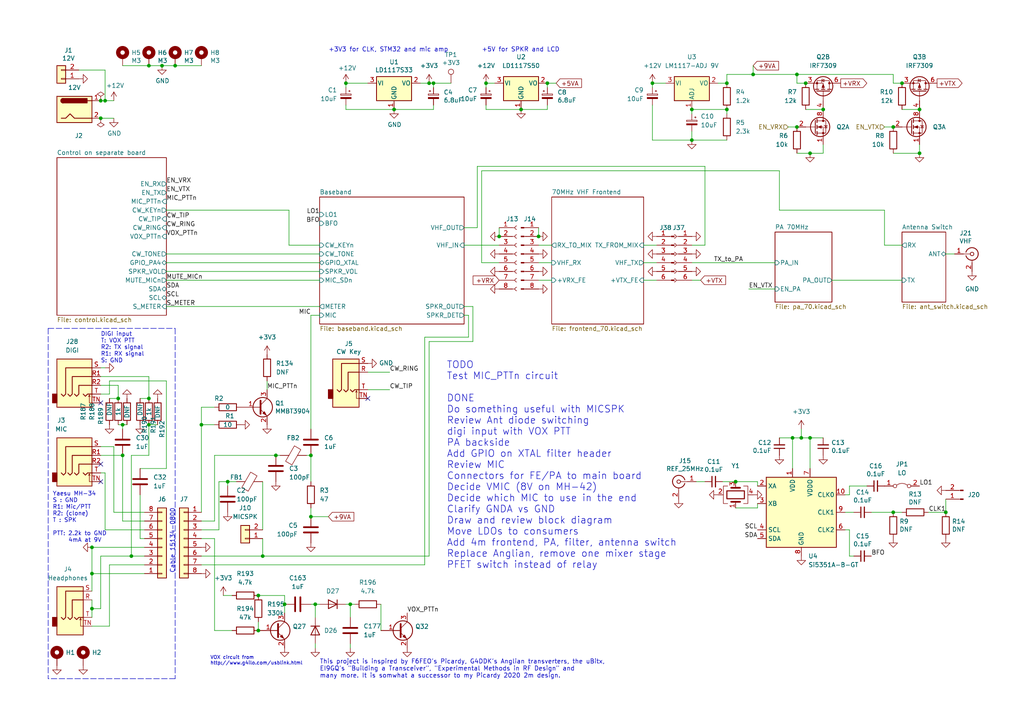
<source format=kicad_sch>
(kicad_sch (version 20211123) (generator eeschema)

  (uuid 7c83c304-769a-4be4-890e-297aba22b5b9)

  (paper "A4")

  (title_block
    (title "DART-70 TRX")
    (date "2023-02-18")
    (rev "0")
    (company "HB9EGM")
    (comment 1 "A 4m Band SSB/CW Transceiver")
  )

  

  (junction (at 232.41 127) (diameter 0) (color 0 0 0 0)
    (uuid 03889bb0-530a-4f17-942f-47bdd8c2143b)
  )
  (junction (at 74.93 182.88) (diameter 0) (color 0 0 0 0)
    (uuid 05f1488f-b95d-4647-953a-d2ec7eee61e9)
  )
  (junction (at 29.21 29.21) (diameter 0) (color 0 0 0 0)
    (uuid 0a082e3d-5a37-45bf-9936-1925b33d6b4f)
  )
  (junction (at 233.68 24.13) (diameter 0) (color 0 0 0 0)
    (uuid 0d713598-e0d7-4b64-806d-d27b5ae84128)
  )
  (junction (at 101.6 175.26) (diameter 0) (color 0 0 0 0)
    (uuid 0efaee8b-abcf-47a1-94ab-452bdfc4d10d)
  )
  (junction (at 259.08 148.59) (diameter 0) (color 0 0 0 0)
    (uuid 11ea7b85-b26d-4a7d-aaed-956352284452)
  )
  (junction (at 46.99 19.05) (diameter 0) (color 0 0 0 0)
    (uuid 130d74aa-cfde-4c45-8bfe-183aacd4590f)
  )
  (junction (at 266.7 44.45) (diameter 0) (color 0 0 0 0)
    (uuid 1379c036-b3e0-455b-b639-0f5dd015d03b)
  )
  (junction (at 210.82 24.13) (diameter 0) (color 0 0 0 0)
    (uuid 13b9a948-b29a-4475-8f42-f20ed3ed1c6a)
  )
  (junction (at 125.73 24.13) (diameter 0) (color 0 0 0 0)
    (uuid 1c29ab88-8089-4a9f-b0ec-e0493fb70d1a)
  )
  (junction (at 38.1 161.29) (diameter 0) (color 0 0 0 0)
    (uuid 2002fb77-6ce7-45e9-a078-9e559a07f8f6)
  )
  (junction (at 30.48 29.21) (diameter 0) (color 0 0 0 0)
    (uuid 248900dc-9b0b-4fb0-8b44-20e56324d88d)
  )
  (junction (at 29.21 34.29) (diameter 0) (color 0 0 0 0)
    (uuid 2bb5e7ab-7e6e-4e4b-8997-824caea277e9)
  )
  (junction (at 231.14 36.83) (diameter 0) (color 0 0 0 0)
    (uuid 2c691037-8de1-4537-a0ef-41ed59613839)
  )
  (junction (at 200.66 31.75) (diameter 0) (color 0 0 0 0)
    (uuid 398ec90b-61af-4d36-9539-63397d126e21)
  )
  (junction (at 156.21 68.58) (diameter 0) (color 0 0 0 0)
    (uuid 3f2e667c-7f64-4e6d-b9b3-bdcde11173db)
  )
  (junction (at 210.82 31.75) (diameter 0) (color 0 0 0 0)
    (uuid 4242ccf2-3c4d-4a22-8247-2311c54121ff)
  )
  (junction (at 231.14 21.59) (diameter 0) (color 0 0 0 0)
    (uuid 4750ee37-26c3-426a-a03a-0a50ee4de791)
  )
  (junction (at 43.18 19.05) (diameter 0) (color 0 0 0 0)
    (uuid 48d3528f-d200-4dbf-87c6-2835721afb0e)
  )
  (junction (at 26.67 158.75) (diameter 0) (color 0 0 0 0)
    (uuid 4909e963-8ed8-4cc7-a752-cf9a746ceb8a)
  )
  (junction (at 58.42 123.19) (diameter 0) (color 0 0 0 0)
    (uuid 491c2725-7e3e-4c3b-bdfe-c4363d68c7c6)
  )
  (junction (at 144.78 68.58) (diameter 0) (color 0 0 0 0)
    (uuid 49feb31b-fe70-4f82-99f6-3dbf467a2edc)
  )
  (junction (at 100.33 24.13) (diameter 0) (color 0 0 0 0)
    (uuid 547281cc-eb15-43de-9560-1b10e39a19ed)
  )
  (junction (at 91.44 175.26) (diameter 0) (color 0 0 0 0)
    (uuid 54fc4616-1350-49bf-925e-695b28bb395e)
  )
  (junction (at 238.76 31.75) (diameter 0) (color 0 0 0 0)
    (uuid 5591956a-807b-4208-83a4-6327422e118a)
  )
  (junction (at 26.67 176.53) (diameter 0) (color 0 0 0 0)
    (uuid 6b9394bd-5e58-42ea-a9a4-f58e854aea5c)
  )
  (junction (at 234.95 127) (diameter 0) (color 0 0 0 0)
    (uuid 7e67c67f-3a1d-491c-a9ea-d2c0b71576e9)
  )
  (junction (at 259.08 36.83) (diameter 0) (color 0 0 0 0)
    (uuid 906f16af-3f1b-4545-bda0-18ebce89ce96)
  )
  (junction (at 140.97 24.13) (diameter 0) (color 0 0 0 0)
    (uuid 91bb5e66-90e9-4aff-b233-5b8d53e4ad1c)
  )
  (junction (at 124.46 24.13) (diameter 0) (color 0 0 0 0)
    (uuid 94eb2c38-e244-489c-ba32-44729ff54deb)
  )
  (junction (at 35.56 123.19) (diameter 0) (color 0 0 0 0)
    (uuid 9d55ccbc-4aa6-43b2-aa9c-42e27befe7f1)
  )
  (junction (at 26.67 166.37) (diameter 0) (color 0 0 0 0)
    (uuid 9fb2ca3c-8612-4c01-a40b-6e7e5895a1a0)
  )
  (junction (at 189.23 24.13) (diameter 0) (color 0 0 0 0)
    (uuid a01cdcc4-8ed1-4b36-8702-1b68481a60d9)
  )
  (junction (at 200.66 40.64) (diameter 0) (color 0 0 0 0)
    (uuid a13e5fb2-5800-4421-9e39-63277f01a71d)
  )
  (junction (at 274.32 148.59) (diameter 0) (color 0 0 0 0)
    (uuid a9fed849-c0d2-45ff-802c-7da3e4c52c0a)
  )
  (junction (at 114.3 31.75) (diameter 0) (color 0 0 0 0)
    (uuid b0c265f7-c716-45d5-8397-630db4d2cf65)
  )
  (junction (at 218.44 21.59) (diameter 0) (color 0 0 0 0)
    (uuid b48c282b-d280-4718-bf3a-caf683cb767c)
  )
  (junction (at 82.55 175.26) (diameter 0) (color 0 0 0 0)
    (uuid c004f84b-d700-424b-b84c-a145b0082928)
  )
  (junction (at 35.56 132.08) (diameter 0) (color 0 0 0 0)
    (uuid c1ab7d65-d6a4-4014-80e6-4813d19456de)
  )
  (junction (at 74.93 172.72) (diameter 0) (color 0 0 0 0)
    (uuid c53356f3-b76d-4e9b-819d-f464046dcdf2)
  )
  (junction (at 34.29 115.57) (diameter 0) (color 0 0 0 0)
    (uuid cfd0ce93-955b-4a4c-b9df-adb69c4364b8)
  )
  (junction (at 234.95 44.45) (diameter 0) (color 0 0 0 0)
    (uuid d26d0a63-c69d-4774-9fba-12ed686b99f6)
  )
  (junction (at 50.8 19.05) (diameter 0) (color 0 0 0 0)
    (uuid d4b4dbc7-e763-47b2-a6cb-b5c021db8bcc)
  )
  (junction (at 66.04 139.7) (diameter 0) (color 0 0 0 0)
    (uuid d4c3f5bf-47cb-4030-92b0-bec21d62f389)
  )
  (junction (at 261.62 24.13) (diameter 0) (color 0 0 0 0)
    (uuid d531b677-92b2-4589-8265-ffb9f0a9f471)
  )
  (junction (at 80.01 132.08) (diameter 0) (color 0 0 0 0)
    (uuid d7ecc3d2-2b6e-4e36-92b9-1b58fb257359)
  )
  (junction (at 90.17 132.08) (diameter 0) (color 0 0 0 0)
    (uuid d9abc64c-b691-4ece-b128-4f1d7b31754f)
  )
  (junction (at 43.18 115.57) (diameter 0) (color 0 0 0 0)
    (uuid e9342213-9707-4d1c-a69f-a3da6fb99c7a)
  )
  (junction (at 158.75 24.13) (diameter 0) (color 0 0 0 0)
    (uuid eb69835d-9be6-45e6-b58c-d2902ddb8fb1)
  )
  (junction (at 266.7 31.75) (diameter 0) (color 0 0 0 0)
    (uuid eeabe6f1-2db7-4eed-bd0c-6e41b390284d)
  )
  (junction (at 90.17 149.86) (diameter 0) (color 0 0 0 0)
    (uuid ef105c45-a454-45c2-badb-d87d915177ef)
  )
  (junction (at 76.2 161.29) (diameter 0) (color 0 0 0 0)
    (uuid f4c650b7-943a-4c93-b622-c1362c969577)
  )
  (junction (at 229.87 127) (diameter 0) (color 0 0 0 0)
    (uuid f747ec33-420b-45bc-9778-b4604b083211)
  )
  (junction (at 151.13 31.75) (diameter 0) (color 0 0 0 0)
    (uuid f74be2ca-c140-4c85-937a-a008e4f4ddb7)
  )
  (junction (at 213.36 139.7) (diameter 0) (color 0 0 0 0)
    (uuid f8c9e2c3-818f-482b-ad48-f9fb56a455b0)
  )
  (junction (at 43.18 123.19) (diameter 0) (color 0 0 0 0)
    (uuid fd55beb5-af4c-45f5-9d86-830ec1cfc7da)
  )

  (no_connect (at 29.21 116.84) (uuid 2ccef648-ad61-491f-991d-149354748107))
  (no_connect (at 29.21 139.7) (uuid 891b06d0-7775-40c2-8d16-5452402b91d5))
  (no_connect (at 106.68 115.57) (uuid 9e56fb84-5b0b-47eb-9ee7-e24e7c08829b))
  (no_connect (at 29.21 134.62) (uuid b2135387-8c57-44ac-8ab3-29b54b43f871))

  (wire (pts (xy 29.21 34.29) (xy 33.02 34.29))
    (stroke (width 0) (type default) (color 0 0 0 0))
    (uuid 002154dd-fd21-426e-8f51-d82382197384)
  )
  (wire (pts (xy 144.78 66.04) (xy 144.78 68.58))
    (stroke (width 0) (type default) (color 0 0 0 0))
    (uuid 002bee17-761d-4946-b10f-f0b42371b19d)
  )
  (wire (pts (xy 256.54 60.96) (xy 256.54 71.12))
    (stroke (width 0) (type default) (color 0 0 0 0))
    (uuid 0051a5cc-b7c8-41b6-8151-8600227de8e2)
  )
  (wire (pts (xy 90.17 132.08) (xy 90.17 139.7))
    (stroke (width 0) (type default) (color 0 0 0 0))
    (uuid 008a59ee-36fb-4f36-a8b0-5cc99b1e8598)
  )
  (wire (pts (xy 256.54 71.12) (xy 261.62 71.12))
    (stroke (width 0) (type default) (color 0 0 0 0))
    (uuid 0116339a-5f0d-4745-a575-44652fb7d9b0)
  )
  (wire (pts (xy 29.21 111.76) (xy 34.29 111.76))
    (stroke (width 0) (type default) (color 0 0 0 0))
    (uuid 012e2806-a99e-44f3-bc66-c467def38bd2)
  )
  (wire (pts (xy 110.49 175.26) (xy 110.49 182.88))
    (stroke (width 0) (type default) (color 0 0 0 0))
    (uuid 025ac572-24f4-4397-b69b-bade669b4c40)
  )
  (wire (pts (xy 83.82 71.12) (xy 83.82 60.96))
    (stroke (width 0) (type default) (color 0 0 0 0))
    (uuid 04508b78-b957-4886-b3fa-3d951fb6452d)
  )
  (wire (pts (xy 246.38 143.51) (xy 245.11 143.51))
    (stroke (width 0) (type default) (color 0 0 0 0))
    (uuid 05f6334e-7131-4999-b788-1681af60d6df)
  )
  (wire (pts (xy 218.44 21.59) (xy 210.82 21.59))
    (stroke (width 0) (type default) (color 0 0 0 0))
    (uuid 09d1af20-c357-48ec-a10f-915c880f15b6)
  )
  (wire (pts (xy 158.75 24.13) (xy 158.75 25.4))
    (stroke (width 0) (type default) (color 0 0 0 0))
    (uuid 09fbb099-19ff-4c9e-b717-ff9eedac992b)
  )
  (wire (pts (xy 140.97 30.48) (xy 140.97 31.75))
    (stroke (width 0) (type default) (color 0 0 0 0))
    (uuid 0a3a19af-7bfa-4df3-9b73-b98420c4a518)
  )
  (wire (pts (xy 43.18 19.05) (xy 46.99 19.05))
    (stroke (width 0) (type default) (color 0 0 0 0))
    (uuid 0aad0e8d-0747-412b-85ac-039bbac4ff5e)
  )
  (wire (pts (xy 266.7 41.91) (xy 266.7 44.45))
    (stroke (width 0) (type default) (color 0 0 0 0))
    (uuid 0b3a2a48-0270-494e-962a-3658a00a0875)
  )
  (wire (pts (xy 226.06 60.96) (xy 256.54 60.96))
    (stroke (width 0) (type default) (color 0 0 0 0))
    (uuid 0bdff19d-fbde-4835-a259-d36d2ec0e6fd)
  )
  (wire (pts (xy 232.41 127) (xy 234.95 127))
    (stroke (width 0) (type default) (color 0 0 0 0))
    (uuid 0dd7a947-881a-4477-b1f8-b88536ca8809)
  )
  (wire (pts (xy 100.33 24.13) (xy 100.33 25.4))
    (stroke (width 0) (type default) (color 0 0 0 0))
    (uuid 11b5652b-07d3-428f-98d5-c354cf3693b1)
  )
  (wire (pts (xy 140.97 31.75) (xy 151.13 31.75))
    (stroke (width 0) (type default) (color 0 0 0 0))
    (uuid 160e3a4c-588b-4e79-ac75-f98bf80b7e0b)
  )
  (wire (pts (xy 210.82 31.75) (xy 210.82 33.02))
    (stroke (width 0) (type default) (color 0 0 0 0))
    (uuid 17fc291b-23f9-4de7-9168-978b13dcd03c)
  )
  (wire (pts (xy 63.5 153.67) (xy 63.5 139.7))
    (stroke (width 0) (type default) (color 0 0 0 0))
    (uuid 1869a25a-7405-4101-9da6-55f7c1e87e39)
  )
  (wire (pts (xy 26.67 166.37) (xy 41.91 166.37))
    (stroke (width 0) (type default) (color 0 0 0 0))
    (uuid 1bcf4a11-4c4f-42b8-9e84-ad79d97ffe8f)
  )
  (wire (pts (xy 76.2 156.21) (xy 76.2 161.29))
    (stroke (width 0) (type default) (color 0 0 0 0))
    (uuid 1c9f0aaa-a7f3-4c99-ac2e-10f6713b49b4)
  )
  (wire (pts (xy 74.93 172.72) (xy 82.55 172.72))
    (stroke (width 0) (type default) (color 0 0 0 0))
    (uuid 1d4132f7-1f35-449b-a4a4-451bd4dc48ab)
  )
  (wire (pts (xy 35.56 123.19) (xy 36.83 123.19))
    (stroke (width 0) (type default) (color 0 0 0 0))
    (uuid 1f7003d3-e395-4fae-a4ec-81e60f5ef90f)
  )
  (wire (pts (xy 41.91 148.59) (xy 33.02 148.59))
    (stroke (width 0) (type default) (color 0 0 0 0))
    (uuid 216cd782-5819-4b5e-931f-7587d15e2161)
  )
  (wire (pts (xy 82.55 177.8) (xy 82.55 175.26))
    (stroke (width 0) (type default) (color 0 0 0 0))
    (uuid 219438ca-bd57-4fea-aeb4-810d77461a18)
  )
  (wire (pts (xy 193.04 24.13) (xy 189.23 24.13))
    (stroke (width 0) (type default) (color 0 0 0 0))
    (uuid 2199bdfc-0462-4363-af5e-16d8e19d600a)
  )
  (wire (pts (xy 123.19 97.79) (xy 123.19 163.83))
    (stroke (width 0) (type default) (color 0 0 0 0))
    (uuid 227082fc-081f-46f9-b11d-3c272a90673e)
  )
  (polyline (pts (xy 13.97 95.25) (xy 50.8 95.25))
    (stroke (width 0) (type default) (color 0 0 0 0))
    (uuid 246d8c70-0329-4f4d-9351-49df120458af)
  )

  (wire (pts (xy 100.33 24.13) (xy 106.68 24.13))
    (stroke (width 0) (type default) (color 0 0 0 0))
    (uuid 28eca374-9b5c-4480-a1a6-52ddcbb57db2)
  )
  (wire (pts (xy 40.64 115.57) (xy 43.18 115.57))
    (stroke (width 0) (type default) (color 0 0 0 0))
    (uuid 2a3464a0-2ccd-434c-8817-4d7a2f14c67a)
  )
  (wire (pts (xy 245.11 148.59) (xy 247.65 148.59))
    (stroke (width 0) (type default) (color 0 0 0 0))
    (uuid 2a86319a-5a94-4745-ad80-6b5c02f72e82)
  )
  (wire (pts (xy 158.75 24.13) (xy 161.29 24.13))
    (stroke (width 0) (type default) (color 0 0 0 0))
    (uuid 2ea38bc3-7d3b-428e-a271-404ee98e752b)
  )
  (wire (pts (xy 135.89 91.44) (xy 135.89 97.79))
    (stroke (width 0) (type default) (color 0 0 0 0))
    (uuid 2f9b686c-0a8f-432b-9e90-c788e62691c6)
  )
  (wire (pts (xy 200.66 40.64) (xy 210.82 40.64))
    (stroke (width 0) (type default) (color 0 0 0 0))
    (uuid 33f01d9a-6abc-40a9-9b6b-d34bddbf731f)
  )
  (wire (pts (xy 256.54 36.83) (xy 259.08 36.83))
    (stroke (width 0) (type default) (color 0 0 0 0))
    (uuid 345987da-5aa5-4c5e-90e1-ddf0086ed5fb)
  )
  (wire (pts (xy 58.42 161.29) (xy 76.2 161.29))
    (stroke (width 0) (type default) (color 0 0 0 0))
    (uuid 361f9eaf-2e29-4825-b35a-439064c6d2db)
  )
  (wire (pts (xy 91.44 175.26) (xy 92.71 175.26))
    (stroke (width 0) (type default) (color 0 0 0 0))
    (uuid 36854e14-46fb-4279-bf79-0322ad1da42a)
  )
  (wire (pts (xy 139.7 76.2) (xy 144.78 76.2))
    (stroke (width 0) (type default) (color 0 0 0 0))
    (uuid 3a4811bf-b539-4978-b0d8-fe47f179161b)
  )
  (wire (pts (xy 67.31 172.72) (xy 64.77 172.72))
    (stroke (width 0) (type default) (color 0 0 0 0))
    (uuid 3cddbb36-7343-44a2-9871-f6b2e73f7d17)
  )
  (wire (pts (xy 134.62 66.04) (xy 138.43 66.04))
    (stroke (width 0) (type default) (color 0 0 0 0))
    (uuid 3ee41aac-558c-43a3-a816-e31001ae8352)
  )
  (wire (pts (xy 48.26 76.2) (xy 92.71 76.2))
    (stroke (width 0) (type default) (color 0 0 0 0))
    (uuid 3eeccf02-360d-4377-89f3-2458946d5853)
  )
  (wire (pts (xy 62.23 156.21) (xy 62.23 182.88))
    (stroke (width 0) (type default) (color 0 0 0 0))
    (uuid 401f2d1f-acc6-4e14-9963-49ecb3bd4627)
  )
  (wire (pts (xy 41.91 158.75) (xy 26.67 158.75))
    (stroke (width 0) (type default) (color 0 0 0 0))
    (uuid 4112aabb-0408-4a3a-9841-f57862637df1)
  )
  (wire (pts (xy 158.75 31.75) (xy 151.13 31.75))
    (stroke (width 0) (type default) (color 0 0 0 0))
    (uuid 443127ca-ab31-4ac0-90cc-723625487807)
  )
  (wire (pts (xy 208.28 24.13) (xy 210.82 24.13))
    (stroke (width 0) (type default) (color 0 0 0 0))
    (uuid 4435e8ff-b63e-4b32-81db-49caa0dd6c5f)
  )
  (wire (pts (xy 77.47 110.49) (xy 77.47 113.03))
    (stroke (width 0) (type default) (color 0 0 0 0))
    (uuid 486b2213-97da-44d5-9d90-f7e87963efde)
  )
  (wire (pts (xy 48.26 110.49) (xy 48.26 135.89))
    (stroke (width 0) (type default) (color 0 0 0 0))
    (uuid 48ad150c-3074-4e76-bbd8-ec98c624b5bc)
  )
  (polyline (pts (xy 50.8 95.25) (xy 50.8 196.85))
    (stroke (width 0) (type default) (color 0 0 0 0))
    (uuid 4b105a5f-5ed5-49ae-8bb9-f1d8c5566b50)
  )

  (wire (pts (xy 135.89 97.79) (xy 123.19 97.79))
    (stroke (width 0) (type default) (color 0 0 0 0))
    (uuid 4c2ca5f1-ff49-468e-a870-b80100e1827e)
  )
  (wire (pts (xy 210.82 21.59) (xy 210.82 24.13))
    (stroke (width 0) (type default) (color 0 0 0 0))
    (uuid 4c57c394-f97c-4a0b-80d4-0b5157781c3b)
  )
  (wire (pts (xy 76.2 161.29) (xy 124.46 161.29))
    (stroke (width 0) (type default) (color 0 0 0 0))
    (uuid 4d2c10b1-9329-409f-bc4d-94aebd58963e)
  )
  (wire (pts (xy 261.62 31.75) (xy 266.7 31.75))
    (stroke (width 0) (type default) (color 0 0 0 0))
    (uuid 4d5acc98-17ff-4e60-af52-349a1269dddf)
  )
  (wire (pts (xy 139.7 49.53) (xy 139.7 76.2))
    (stroke (width 0) (type default) (color 0 0 0 0))
    (uuid 4ecfe5c5-d7fc-4d05-be28-1ed42c507ec3)
  )
  (wire (pts (xy 229.87 127) (xy 232.41 127))
    (stroke (width 0) (type default) (color 0 0 0 0))
    (uuid 5130484e-13a2-434f-935d-3be30d7a93c9)
  )
  (wire (pts (xy 156.21 81.28) (xy 160.02 81.28))
    (stroke (width 0) (type default) (color 0 0 0 0))
    (uuid 52d9d6dd-4266-418b-bf9a-446977053e6f)
  )
  (wire (pts (xy 29.21 161.29) (xy 29.21 176.53))
    (stroke (width 0) (type default) (color 0 0 0 0))
    (uuid 53bb37bd-6ad6-430f-b5e5-21e40448d528)
  )
  (wire (pts (xy 29.21 176.53) (xy 26.67 176.53))
    (stroke (width 0) (type default) (color 0 0 0 0))
    (uuid 568b5dd5-7629-4c3d-9388-eaa54c2762b1)
  )
  (wire (pts (xy 35.56 19.05) (xy 43.18 19.05))
    (stroke (width 0) (type default) (color 0 0 0 0))
    (uuid 579d81c4-8fa6-40d5-b99a-d160787b45b9)
  )
  (wire (pts (xy 58.42 153.67) (xy 63.5 153.67))
    (stroke (width 0) (type default) (color 0 0 0 0))
    (uuid 58e4fb93-6235-473b-af92-bf79be065bda)
  )
  (wire (pts (xy 204.47 48.26) (xy 204.47 71.12))
    (stroke (width 0) (type default) (color 0 0 0 0))
    (uuid 5a05460d-15bc-4058-86e6-a6bff5598db7)
  )
  (wire (pts (xy 218.44 19.05) (xy 218.44 21.59))
    (stroke (width 0) (type default) (color 0 0 0 0))
    (uuid 5afca071-0542-406b-83f5-f8ed30e05c4c)
  )
  (wire (pts (xy 138.43 48.26) (xy 204.47 48.26))
    (stroke (width 0) (type default) (color 0 0 0 0))
    (uuid 5c0ae8f2-fb0b-4cbf-bd78-f6131c18140d)
  )
  (wire (pts (xy 134.62 91.44) (xy 135.89 91.44))
    (stroke (width 0) (type default) (color 0 0 0 0))
    (uuid 5c0d735a-ca1c-4202-8faf-02e515d1181f)
  )
  (wire (pts (xy 259.08 21.59) (xy 231.14 21.59))
    (stroke (width 0) (type default) (color 0 0 0 0))
    (uuid 5ea05504-bb96-4847-90cf-26cb1afd4244)
  )
  (wire (pts (xy 91.44 175.26) (xy 91.44 179.07))
    (stroke (width 0) (type default) (color 0 0 0 0))
    (uuid 5ed02c6b-f3b8-4641-86b2-3c4cac92a5b4)
  )
  (wire (pts (xy 101.6 186.69) (xy 101.6 187.96))
    (stroke (width 0) (type default) (color 0 0 0 0))
    (uuid 5ed5b405-912e-49a2-adbb-ff35d95f4100)
  )
  (wire (pts (xy 76.2 139.7) (xy 76.2 153.67))
    (stroke (width 0) (type default) (color 0 0 0 0))
    (uuid 601c5479-68c8-4d7c-bbde-860bd11a7597)
  )
  (wire (pts (xy 38.1 161.29) (xy 29.21 161.29))
    (stroke (width 0) (type default) (color 0 0 0 0))
    (uuid 6062b414-90cb-4cef-839a-25d90087f1b4)
  )
  (wire (pts (xy 38.1 132.08) (xy 43.18 132.08))
    (stroke (width 0) (type default) (color 0 0 0 0))
    (uuid 60d27bb0-faad-48a9-89c1-b059b592a640)
  )
  (wire (pts (xy 35.56 151.13) (xy 41.91 151.13))
    (stroke (width 0) (type default) (color 0 0 0 0))
    (uuid 6123b0cd-d677-4963-a353-8d6b35692422)
  )
  (polyline (pts (xy 50.8 196.85) (xy 13.97 196.85))
    (stroke (width 0) (type default) (color 0 0 0 0))
    (uuid 6188cf07-9c8d-498a-9db9-9718888dfe39)
  )

  (wire (pts (xy 124.46 24.13) (xy 125.73 24.13))
    (stroke (width 0) (type default) (color 0 0 0 0))
    (uuid 63da3512-bd51-489d-833d-20bce6d76019)
  )
  (wire (pts (xy 251.46 140.97) (xy 246.38 140.97))
    (stroke (width 0) (type default) (color 0 0 0 0))
    (uuid 64e90390-0f4c-4cc1-bafa-363ce23516e9)
  )
  (wire (pts (xy 246.38 161.29) (xy 246.38 153.67))
    (stroke (width 0) (type default) (color 0 0 0 0))
    (uuid 65dd0601-a23d-4c5d-b924-966fc498cbfc)
  )
  (wire (pts (xy 137.16 99.06) (xy 124.46 99.06))
    (stroke (width 0) (type default) (color 0 0 0 0))
    (uuid 67fd3f09-ff5e-4560-b9cb-23649083a340)
  )
  (wire (pts (xy 238.76 44.45) (xy 234.95 44.45))
    (stroke (width 0) (type default) (color 0 0 0 0))
    (uuid 67fd7240-7a2e-4504-8c70-47b3112c634e)
  )
  (wire (pts (xy 26.67 166.37) (xy 26.67 171.45))
    (stroke (width 0) (type default) (color 0 0 0 0))
    (uuid 696f862b-a951-463f-ad29-011c067090d6)
  )
  (wire (pts (xy 246.38 153.67) (xy 245.11 153.67))
    (stroke (width 0) (type default) (color 0 0 0 0))
    (uuid 699bee8c-8bc3-4aa6-b4ed-0aa4d255078a)
  )
  (wire (pts (xy 29.21 114.3) (xy 31.75 114.3))
    (stroke (width 0) (type default) (color 0 0 0 0))
    (uuid 6a5afd47-09df-4a89-803d-e13998688277)
  )
  (wire (pts (xy 38.1 161.29) (xy 38.1 132.08))
    (stroke (width 0) (type default) (color 0 0 0 0))
    (uuid 6ac2f4eb-9300-4682-9dca-8ec36d45a0ab)
  )
  (wire (pts (xy 234.95 127) (xy 234.95 135.89))
    (stroke (width 0) (type default) (color 0 0 0 0))
    (uuid 6b09c60c-c53b-47dd-b8b8-94f682cd2086)
  )
  (wire (pts (xy 58.42 151.13) (xy 62.23 151.13))
    (stroke (width 0) (type default) (color 0 0 0 0))
    (uuid 6cc72bfd-2651-4e90-af42-5d6cec3950c1)
  )
  (wire (pts (xy 156.21 66.04) (xy 156.21 68.58))
    (stroke (width 0) (type default) (color 0 0 0 0))
    (uuid 6d63f93a-5c70-4c67-8eef-6977db41fdd0)
  )
  (wire (pts (xy 26.67 173.99) (xy 26.67 176.53))
    (stroke (width 0) (type default) (color 0 0 0 0))
    (uuid 7019dafb-64b4-4e22-837e-9f37341a0157)
  )
  (wire (pts (xy 48.26 78.74) (xy 92.71 78.74))
    (stroke (width 0) (type default) (color 0 0 0 0))
    (uuid 73062404-be1b-4744-bd1e-9e3d624b8fb3)
  )
  (wire (pts (xy 66.04 139.7) (xy 68.58 139.7))
    (stroke (width 0) (type default) (color 0 0 0 0))
    (uuid 735e33ba-0601-4acb-983d-1656020ec14e)
  )
  (wire (pts (xy 259.08 24.13) (xy 261.62 24.13))
    (stroke (width 0) (type default) (color 0 0 0 0))
    (uuid 73697aae-1f79-401a-bdaa-9ebc2f2340de)
  )
  (wire (pts (xy 140.97 24.13) (xy 140.97 25.4))
    (stroke (width 0) (type default) (color 0 0 0 0))
    (uuid 7471700d-9a5d-406e-b9fc-bdeed49379fa)
  )
  (wire (pts (xy 30.48 29.21) (xy 33.02 29.21))
    (stroke (width 0) (type default) (color 0 0 0 0))
    (uuid 74760d5b-303c-4603-ac2e-6b5209546581)
  )
  (polyline (pts (xy 13.97 95.25) (xy 13.97 196.85))
    (stroke (width 0) (type default) (color 0 0 0 0))
    (uuid 74e37401-14d3-4e3c-84ed-7ddb4d75b44f)
  )

  (wire (pts (xy 29.21 129.54) (xy 33.02 129.54))
    (stroke (width 0) (type default) (color 0 0 0 0))
    (uuid 754f923b-5aa7-4d87-b589-d53346af6023)
  )
  (wire (pts (xy 62.23 182.88) (xy 67.31 182.88))
    (stroke (width 0) (type default) (color 0 0 0 0))
    (uuid 77cc857c-e045-46ac-921a-7b86818ca625)
  )
  (wire (pts (xy 156.21 76.2) (xy 160.02 76.2))
    (stroke (width 0) (type default) (color 0 0 0 0))
    (uuid 7887f659-7796-4d20-b8ec-45fe37db4d3b)
  )
  (wire (pts (xy 58.42 123.19) (xy 62.23 123.19))
    (stroke (width 0) (type default) (color 0 0 0 0))
    (uuid 7921deca-5f19-4011-854e-77ffc3283167)
  )
  (wire (pts (xy 22.86 20.32) (xy 30.48 20.32))
    (stroke (width 0) (type default) (color 0 0 0 0))
    (uuid 79aced1b-30d4-4883-86bf-8a38d664736a)
  )
  (wire (pts (xy 134.62 71.12) (xy 144.78 71.12))
    (stroke (width 0) (type default) (color 0 0 0 0))
    (uuid 7b959fed-4370-4448-9d17-fbc4f5703c60)
  )
  (wire (pts (xy 31.75 115.57) (xy 34.29 115.57))
    (stroke (width 0) (type default) (color 0 0 0 0))
    (uuid 7c8f4fb6-d76c-4fd6-89a0-af30aa8d7cb9)
  )
  (wire (pts (xy 252.73 148.59) (xy 259.08 148.59))
    (stroke (width 0) (type default) (color 0 0 0 0))
    (uuid 7d4200e5-e280-4699-af56-048ba84247d3)
  )
  (wire (pts (xy 81.28 132.08) (xy 80.01 132.08))
    (stroke (width 0) (type default) (color 0 0 0 0))
    (uuid 7fcd6903-4017-464e-a708-1e51b67dd39f)
  )
  (wire (pts (xy 26.67 158.75) (xy 26.67 166.37))
    (stroke (width 0) (type default) (color 0 0 0 0))
    (uuid 80203512-93fd-487a-a00c-1916502463c3)
  )
  (wire (pts (xy 137.16 88.9) (xy 137.16 99.06))
    (stroke (width 0) (type default) (color 0 0 0 0))
    (uuid 812f91c0-f736-4383-bfee-2790347c3abf)
  )
  (wire (pts (xy 90.17 149.86) (xy 95.25 149.86))
    (stroke (width 0) (type default) (color 0 0 0 0))
    (uuid 816e41e9-8ef8-4e70-a70f-02175bdc97c4)
  )
  (wire (pts (xy 234.95 44.45) (xy 231.14 44.45))
    (stroke (width 0) (type default) (color 0 0 0 0))
    (uuid 86c60f4b-4421-4865-beff-ed93adca8ac2)
  )
  (wire (pts (xy 186.69 76.2) (xy 190.5 76.2))
    (stroke (width 0) (type default) (color 0 0 0 0))
    (uuid 89f5cd17-8501-4243-bc98-0e8a1aab3a95)
  )
  (wire (pts (xy 43.18 109.22) (xy 29.21 109.22))
    (stroke (width 0) (type default) (color 0 0 0 0))
    (uuid 8c21da1a-7f0f-49f7-bf28-d155cb03be4b)
  )
  (wire (pts (xy 34.29 123.19) (xy 35.56 123.19))
    (stroke (width 0) (type default) (color 0 0 0 0))
    (uuid 8d12d79e-51f7-4ca7-b044-3e4e258b0ca7)
  )
  (wire (pts (xy 247.65 161.29) (xy 246.38 161.29))
    (stroke (width 0) (type default) (color 0 0 0 0))
    (uuid 8e0abe23-8e7e-48a9-af11-f26197bd8fbf)
  )
  (wire (pts (xy 74.93 180.34) (xy 74.93 182.88))
    (stroke (width 0) (type default) (color 0 0 0 0))
    (uuid 8f1ab95b-1867-4005-8242-092f60cbfea5)
  )
  (wire (pts (xy 189.23 30.48) (xy 189.23 40.64))
    (stroke (width 0) (type default) (color 0 0 0 0))
    (uuid 8f5c2a3a-b2da-434e-8810-9da52a5e413a)
  )
  (wire (pts (xy 29.21 132.08) (xy 35.56 132.08))
    (stroke (width 0) (type default) (color 0 0 0 0))
    (uuid 8fe92221-afec-47ce-a89d-2a3cf937d9a2)
  )
  (wire (pts (xy 35.56 123.19) (xy 35.56 124.46))
    (stroke (width 0) (type default) (color 0 0 0 0))
    (uuid 900073c8-27f0-4864-bec9-14e524ac2d69)
  )
  (wire (pts (xy 134.62 88.9) (xy 137.16 88.9))
    (stroke (width 0) (type default) (color 0 0 0 0))
    (uuid 906c4fbb-4fdd-48c5-aa07-85c56299e46a)
  )
  (wire (pts (xy 90.17 147.32) (xy 90.17 149.86))
    (stroke (width 0) (type default) (color 0 0 0 0))
    (uuid 91c438b1-678d-4a85-be0e-771bfbc58931)
  )
  (wire (pts (xy 233.68 31.75) (xy 238.76 31.75))
    (stroke (width 0) (type default) (color 0 0 0 0))
    (uuid 92dfb53a-5556-47b1-8088-214aebbc803d)
  )
  (wire (pts (xy 92.71 91.44) (xy 90.17 91.44))
    (stroke (width 0) (type default) (color 0 0 0 0))
    (uuid 935427ba-97bd-4319-b38c-51b473619c8a)
  )
  (wire (pts (xy 34.29 111.76) (xy 34.29 115.57))
    (stroke (width 0) (type default) (color 0 0 0 0))
    (uuid 93dc0368-dae8-476c-8070-e86bda493011)
  )
  (wire (pts (xy 158.75 30.48) (xy 158.75 31.75))
    (stroke (width 0) (type default) (color 0 0 0 0))
    (uuid 96e30a9c-78b6-4d1a-bc72-6cbdc7743876)
  )
  (wire (pts (xy 90.17 91.44) (xy 90.17 124.46))
    (stroke (width 0) (type default) (color 0 0 0 0))
    (uuid 9792cf44-3261-4d9f-8ae0-31fdeec0dc70)
  )
  (wire (pts (xy 35.56 151.13) (xy 35.56 132.08))
    (stroke (width 0) (type default) (color 0 0 0 0))
    (uuid 98ea83ac-41c6-4b7d-be63-41372bbd6e24)
  )
  (wire (pts (xy 100.33 30.48) (xy 100.33 31.75))
    (stroke (width 0) (type default) (color 0 0 0 0))
    (uuid 99f8394d-1325-4f0e-9ed0-19dceab6e1f9)
  )
  (wire (pts (xy 62.23 132.08) (xy 80.01 132.08))
    (stroke (width 0) (type default) (color 0 0 0 0))
    (uuid 9c3d736f-f850-40b5-83bf-bf71ce2d8e7c)
  )
  (wire (pts (xy 124.46 99.06) (xy 124.46 161.29))
    (stroke (width 0) (type default) (color 0 0 0 0))
    (uuid 9c4c0112-7564-4034-996a-b0e56c2141a6)
  )
  (wire (pts (xy 186.69 71.12) (xy 190.5 71.12))
    (stroke (width 0) (type default) (color 0 0 0 0))
    (uuid 9d00ede8-7480-44d8-b21e-d16dd17b75ac)
  )
  (wire (pts (xy 238.76 127) (xy 234.95 127))
    (stroke (width 0) (type default) (color 0 0 0 0))
    (uuid 9d3a7a2b-8bae-4d82-8634-16a99f57e389)
  )
  (wire (pts (xy 33.02 129.54) (xy 33.02 148.59))
    (stroke (width 0) (type default) (color 0 0 0 0))
    (uuid 9d5b6cd8-17f0-45de-b87b-5c8a0bd4db14)
  )
  (wire (pts (xy 228.6 36.83) (xy 231.14 36.83))
    (stroke (width 0) (type default) (color 0 0 0 0))
    (uuid a057c374-c462-4764-bd16-2c00eef92afa)
  )
  (wire (pts (xy 48.26 81.28) (xy 92.71 81.28))
    (stroke (width 0) (type default) (color 0 0 0 0))
    (uuid a1864b64-1865-4240-b098-5056fb759def)
  )
  (wire (pts (xy 106.68 107.95) (xy 113.03 107.95))
    (stroke (width 0) (type default) (color 0 0 0 0))
    (uuid a1abde39-78d5-402d-bb1c-75243c61d29b)
  )
  (wire (pts (xy 232.41 124.46) (xy 232.41 127))
    (stroke (width 0) (type default) (color 0 0 0 0))
    (uuid a39008b0-0dd6-44dc-b176-ab03b6874ae7)
  )
  (wire (pts (xy 274.32 73.66) (xy 276.86 73.66))
    (stroke (width 0) (type default) (color 0 0 0 0))
    (uuid a43beeeb-0d60-44c9-bc6b-40c9e75459e8)
  )
  (wire (pts (xy 88.9 132.08) (xy 90.17 132.08))
    (stroke (width 0) (type default) (color 0 0 0 0))
    (uuid a5f4f26e-4b82-496f-b7bb-4ed4211f8100)
  )
  (wire (pts (xy 100.33 31.75) (xy 114.3 31.75))
    (stroke (width 0) (type default) (color 0 0 0 0))
    (uuid a69bb6f5-978b-49bb-9446-4ec9cfe4501e)
  )
  (wire (pts (xy 82.55 175.26) (xy 82.55 172.72))
    (stroke (width 0) (type default) (color 0 0 0 0))
    (uuid a6baa060-c82d-461a-96f5-4f21d73265a4)
  )
  (wire (pts (xy 259.08 21.59) (xy 259.08 24.13))
    (stroke (width 0) (type default) (color 0 0 0 0))
    (uuid a7349b87-3477-4ba5-bc62-3587f94ab817)
  )
  (wire (pts (xy 66.04 140.97) (xy 66.04 139.7))
    (stroke (width 0) (type default) (color 0 0 0 0))
    (uuid a8d341ec-3332-4d82-8a1f-e52e32f564f1)
  )
  (wire (pts (xy 63.5 139.7) (xy 66.04 139.7))
    (stroke (width 0) (type default) (color 0 0 0 0))
    (uuid a9276ad3-2500-44c6-895a-e842a0033021)
  )
  (wire (pts (xy 40.64 143.51) (xy 40.64 156.21))
    (stroke (width 0) (type default) (color 0 0 0 0))
    (uuid a97e4f3d-f371-47f1-8ee9-cbe61c23c759)
  )
  (wire (pts (xy 30.48 153.67) (xy 30.48 137.16))
    (stroke (width 0) (type default) (color 0 0 0 0))
    (uuid a99a526a-0727-4d5d-b793-47c299fd72ba)
  )
  (wire (pts (xy 138.43 66.04) (xy 138.43 48.26))
    (stroke (width 0) (type default) (color 0 0 0 0))
    (uuid ad195d4d-ed76-4a26-ac30-01da417bd64b)
  )
  (wire (pts (xy 231.14 21.59) (xy 218.44 21.59))
    (stroke (width 0) (type default) (color 0 0 0 0))
    (uuid ad76707e-1f2e-4941-86a0-50951acd24bc)
  )
  (wire (pts (xy 91.44 186.69) (xy 91.44 187.96))
    (stroke (width 0) (type default) (color 0 0 0 0))
    (uuid add05f6f-edf6-4631-b6b3-35897f9e8c7b)
  )
  (wire (pts (xy 189.23 40.64) (xy 200.66 40.64))
    (stroke (width 0) (type default) (color 0 0 0 0))
    (uuid aed0a299-8aa6-4a50-b993-c38efe5fdd7a)
  )
  (wire (pts (xy 217.17 83.82) (xy 224.79 83.82))
    (stroke (width 0) (type default) (color 0 0 0 0))
    (uuid b056317e-32ca-4f2d-b310-fc1492cc5060)
  )
  (wire (pts (xy 90.17 175.26) (xy 91.44 175.26))
    (stroke (width 0) (type default) (color 0 0 0 0))
    (uuid b1a62f88-404d-483f-bb63-16c8188b4f3a)
  )
  (wire (pts (xy 189.23 24.13) (xy 189.23 25.4))
    (stroke (width 0) (type default) (color 0 0 0 0))
    (uuid b1ea2466-2371-4b96-9289-6c42e0f0b899)
  )
  (wire (pts (xy 62.23 151.13) (xy 62.23 132.08))
    (stroke (width 0) (type default) (color 0 0 0 0))
    (uuid b32653e4-7801-40ea-b61b-f0311c01d3b4)
  )
  (wire (pts (xy 266.7 44.45) (xy 259.08 44.45))
    (stroke (width 0) (type default) (color 0 0 0 0))
    (uuid b5cbe891-dcdf-4951-8f0a-b2c28e4293cd)
  )
  (wire (pts (xy 58.42 156.21) (xy 62.23 156.21))
    (stroke (width 0) (type default) (color 0 0 0 0))
    (uuid b66c197d-a987-4d64-bb63-7ddb1a72d7fd)
  )
  (wire (pts (xy 31.75 110.49) (xy 48.26 110.49))
    (stroke (width 0) (type default) (color 0 0 0 0))
    (uuid b81d0c78-d550-41d4-a1eb-117ebf171da9)
  )
  (wire (pts (xy 101.6 175.26) (xy 102.87 175.26))
    (stroke (width 0) (type default) (color 0 0 0 0))
    (uuid ba28163c-9ab2-44c5-b089-1433660941d6)
  )
  (wire (pts (xy 231.14 24.13) (xy 233.68 24.13))
    (stroke (width 0) (type default) (color 0 0 0 0))
    (uuid bb78f99c-6783-4afe-a661-68817d4180ab)
  )
  (wire (pts (xy 246.38 140.97) (xy 246.38 143.51))
    (stroke (width 0) (type default) (color 0 0 0 0))
    (uuid bcb20d96-4c0e-4c98-a263-0cdd41ab15e5)
  )
  (wire (pts (xy 31.75 114.3) (xy 31.75 110.49))
    (stroke (width 0) (type default) (color 0 0 0 0))
    (uuid bd0e4fad-23a4-44c5-8109-e923d950f5c3)
  )
  (wire (pts (xy 200.66 38.1) (xy 200.66 40.64))
    (stroke (width 0) (type default) (color 0 0 0 0))
    (uuid bda7a16e-b931-4d51-b769-ff5809beef5f)
  )
  (wire (pts (xy 48.26 60.96) (xy 83.82 60.96))
    (stroke (width 0) (type default) (color 0 0 0 0))
    (uuid bfce1213-d511-4811-bc9d-beb994b8b9fe)
  )
  (wire (pts (xy 31.75 163.83) (xy 31.75 181.61))
    (stroke (width 0) (type default) (color 0 0 0 0))
    (uuid c0738ee3-5ef6-48be-9a20-f10b8cdc3a6d)
  )
  (wire (pts (xy 41.91 161.29) (xy 38.1 161.29))
    (stroke (width 0) (type default) (color 0 0 0 0))
    (uuid c12b5903-2f75-49c3-8332-69e02fb1aff7)
  )
  (wire (pts (xy 41.91 156.21) (xy 40.64 156.21))
    (stroke (width 0) (type default) (color 0 0 0 0))
    (uuid c13eaffb-5c39-4e48-8c42-cc2bcee712b4)
  )
  (wire (pts (xy 229.87 127) (xy 229.87 135.89))
    (stroke (width 0) (type default) (color 0 0 0 0))
    (uuid c24d03f2-5bff-4d74-88e5-481cd2f1e035)
  )
  (wire (pts (xy 274.32 148.59) (xy 274.32 144.78))
    (stroke (width 0) (type default) (color 0 0 0 0))
    (uuid c48e879f-0b64-4f86-a8cf-003dbff29c4e)
  )
  (wire (pts (xy 226.06 49.53) (xy 226.06 60.96))
    (stroke (width 0) (type default) (color 0 0 0 0))
    (uuid c4edda47-532d-4e95-9fc8-38bd0ed58dfb)
  )
  (wire (pts (xy 186.69 81.28) (xy 190.5 81.28))
    (stroke (width 0) (type default) (color 0 0 0 0))
    (uuid c64a6907-65ea-4d9f-8271-b12257b06b60)
  )
  (wire (pts (xy 261.62 148.59) (xy 259.08 148.59))
    (stroke (width 0) (type default) (color 0 0 0 0))
    (uuid cbbfb5e5-7e85-4367-b6a7-9b21fc6d9e17)
  )
  (wire (pts (xy 139.7 49.53) (xy 226.06 49.53))
    (stroke (width 0) (type default) (color 0 0 0 0))
    (uuid cbd19eae-411c-4ba9-9265-3a6ab1b93364)
  )
  (wire (pts (xy 213.36 147.32) (xy 219.71 147.32))
    (stroke (width 0) (type default) (color 0 0 0 0))
    (uuid cc89f37d-2221-4ee8-a763-21432c733f93)
  )
  (wire (pts (xy 121.92 24.13) (xy 124.46 24.13))
    (stroke (width 0) (type default) (color 0 0 0 0))
    (uuid cdc3b2bb-9f60-476c-ac94-bf550b6e7b5e)
  )
  (wire (pts (xy 238.76 41.91) (xy 238.76 44.45))
    (stroke (width 0) (type default) (color 0 0 0 0))
    (uuid cdf8245b-2e03-441d-8536-8e14a3d0d2ff)
  )
  (wire (pts (xy 226.06 127) (xy 229.87 127))
    (stroke (width 0) (type default) (color 0 0 0 0))
    (uuid ceb52c7a-a12c-449a-be98-109b3a3bd409)
  )
  (wire (pts (xy 41.91 163.83) (xy 31.75 163.83))
    (stroke (width 0) (type default) (color 0 0 0 0))
    (uuid d1791382-8e9e-408d-8461-11f5ded4ad48)
  )
  (wire (pts (xy 29.21 29.21) (xy 30.48 29.21))
    (stroke (width 0) (type default) (color 0 0 0 0))
    (uuid d18620ef-44b4-47e8-b939-bb0398e91c85)
  )
  (wire (pts (xy 62.23 118.11) (xy 58.42 118.11))
    (stroke (width 0) (type default) (color 0 0 0 0))
    (uuid d1ce4cd2-0109-47a9-93f8-38c475604c2d)
  )
  (wire (pts (xy 203.2 81.28) (xy 200.66 81.28))
    (stroke (width 0) (type default) (color 0 0 0 0))
    (uuid d3a84e57-57ed-4e86-bbef-110f27537e2d)
  )
  (wire (pts (xy 101.6 175.26) (xy 100.33 175.26))
    (stroke (width 0) (type default) (color 0 0 0 0))
    (uuid d45f846b-c301-44d2-87d8-543fb71fc96f)
  )
  (wire (pts (xy 219.71 139.7) (xy 219.71 140.97))
    (stroke (width 0) (type default) (color 0 0 0 0))
    (uuid d51dda35-7a1a-4d41-817a-7bb1f7f6ffd4)
  )
  (wire (pts (xy 125.73 24.13) (xy 130.81 24.13))
    (stroke (width 0) (type default) (color 0 0 0 0))
    (uuid d525e71e-c2ed-4851-a87b-7438f67fb580)
  )
  (wire (pts (xy 46.99 19.05) (xy 50.8 19.05))
    (stroke (width 0) (type default) (color 0 0 0 0))
    (uuid d5d26400-826e-40a5-a7b1-6a9ebbaedfb4)
  )
  (wire (pts (xy 204.47 71.12) (xy 200.66 71.12))
    (stroke (width 0) (type default) (color 0 0 0 0))
    (uuid d6359d4b-1c12-4663-b116-45be3135a185)
  )
  (wire (pts (xy 43.18 109.22) (xy 43.18 115.57))
    (stroke (width 0) (type default) (color 0 0 0 0))
    (uuid d69edc37-e033-4412-95fb-f9006872dc8c)
  )
  (wire (pts (xy 241.3 81.28) (xy 261.62 81.28))
    (stroke (width 0) (type default) (color 0 0 0 0))
    (uuid dd34928a-03c5-4a5d-a033-92155af70ac7)
  )
  (wire (pts (xy 140.97 24.13) (xy 143.51 24.13))
    (stroke (width 0) (type default) (color 0 0 0 0))
    (uuid dd927172-6a9a-406f-a951-4e7f78cebb7b)
  )
  (wire (pts (xy 101.6 179.07) (xy 101.6 175.26))
    (stroke (width 0) (type default) (color 0 0 0 0))
    (uuid df100a56-7392-493d-8b6e-86fc6143d01d)
  )
  (wire (pts (xy 50.8 19.05) (xy 58.42 19.05))
    (stroke (width 0) (type default) (color 0 0 0 0))
    (uuid dfd58d9e-0c03-4a20-9983-0d32c26093d8)
  )
  (wire (pts (xy 29.21 137.16) (xy 30.48 137.16))
    (stroke (width 0) (type default) (color 0 0 0 0))
    (uuid e0b9a722-e170-4302-a4fd-5e8753db7507)
  )
  (wire (pts (xy 26.67 176.53) (xy 26.67 179.07))
    (stroke (width 0) (type default) (color 0 0 0 0))
    (uuid e13bdf92-8a8e-480a-979d-89eb54f62599)
  )
  (wire (pts (xy 30.48 153.67) (xy 41.91 153.67))
    (stroke (width 0) (type default) (color 0 0 0 0))
    (uuid e14c95a1-54f8-45dd-a1c7-754772fa0aa1)
  )
  (wire (pts (xy 200.66 76.2) (xy 224.79 76.2))
    (stroke (width 0) (type default) (color 0 0 0 0))
    (uuid e172e707-37ee-4eca-bafc-b341a9ceabaa)
  )
  (wire (pts (xy 58.42 163.83) (xy 123.19 163.83))
    (stroke (width 0) (type default) (color 0 0 0 0))
    (uuid e176270a-9085-4242-b7c7-9ea9ab078583)
  )
  (wire (pts (xy 48.26 88.9) (xy 92.71 88.9))
    (stroke (width 0) (type default) (color 0 0 0 0))
    (uuid e1e720db-7dfc-41da-9ad4-b3768ff49c06)
  )
  (wire (pts (xy 114.3 31.75) (xy 125.73 31.75))
    (stroke (width 0) (type default) (color 0 0 0 0))
    (uuid e264f0d9-6386-4838-a810-81df8032f681)
  )
  (wire (pts (xy 30.48 20.32) (xy 30.48 29.21))
    (stroke (width 0) (type default) (color 0 0 0 0))
    (uuid e49f1b40-a83b-4b72-93d7-dd44349357c4)
  )
  (wire (pts (xy 43.18 123.19) (xy 45.72 123.19))
    (stroke (width 0) (type default) (color 0 0 0 0))
    (uuid e7845d68-e5dc-4948-b8be-e64f3e188bb5)
  )
  (wire (pts (xy 106.68 113.03) (xy 113.03 113.03))
    (stroke (width 0) (type default) (color 0 0 0 0))
    (uuid e7ac32f0-5e71-4c65-ac6f-730f4731f5f7)
  )
  (wire (pts (xy 48.26 73.66) (xy 92.71 73.66))
    (stroke (width 0) (type default) (color 0 0 0 0))
    (uuid e7fda734-bc52-4f7b-a47b-c1ec6d307d8f)
  )
  (wire (pts (xy 48.26 135.89) (xy 40.64 135.89))
    (stroke (width 0) (type default) (color 0 0 0 0))
    (uuid e91dad84-d131-4d30-aeb9-ac5dff4b3633)
  )
  (wire (pts (xy 274.32 148.59) (xy 269.24 148.59))
    (stroke (width 0) (type default) (color 0 0 0 0))
    (uuid ea6f4611-7eac-4b21-b232-fff65a738b95)
  )
  (wire (pts (xy 209.55 139.7) (xy 213.36 139.7))
    (stroke (width 0) (type default) (color 0 0 0 0))
    (uuid ea97e745-2bac-4983-a78b-499e0f8d7b6d)
  )
  (wire (pts (xy 200.66 31.75) (xy 210.82 31.75))
    (stroke (width 0) (type default) (color 0 0 0 0))
    (uuid eb9b3733-e4ec-4731-87f1-5f6fd8f11a68)
  )
  (wire (pts (xy 156.21 71.12) (xy 160.02 71.12))
    (stroke (width 0) (type default) (color 0 0 0 0))
    (uuid ecfe8984-0282-4208-8f3d-aa8b3adb9dd8)
  )
  (wire (pts (xy 58.42 123.19) (xy 58.42 148.59))
    (stroke (width 0) (type default) (color 0 0 0 0))
    (uuid ee32008c-3a41-41ed-acda-9217a2246d07)
  )
  (wire (pts (xy 58.42 118.11) (xy 58.42 123.19))
    (stroke (width 0) (type default) (color 0 0 0 0))
    (uuid f142e195-1e8c-4d80-b290-cc6d513aa04c)
  )
  (wire (pts (xy 83.82 71.12) (xy 92.71 71.12))
    (stroke (width 0) (type default) (color 0 0 0 0))
    (uuid f22441fb-3978-4762-b6a3-6def4069e413)
  )
  (wire (pts (xy 204.47 139.7) (xy 201.93 139.7))
    (stroke (width 0) (type default) (color 0 0 0 0))
    (uuid f38fd353-54b3-403a-9387-7ff36888e6a9)
  )
  (wire (pts (xy 213.36 139.7) (xy 219.71 139.7))
    (stroke (width 0) (type default) (color 0 0 0 0))
    (uuid f7008c47-327e-4961-9c20-bbaf09b0d636)
  )
  (wire (pts (xy 219.71 147.32) (xy 219.71 146.05))
    (stroke (width 0) (type default) (color 0 0 0 0))
    (uuid f841e691-04bf-4057-bcb4-476ba3910c05)
  )
  (wire (pts (xy 125.73 30.48) (xy 125.73 31.75))
    (stroke (width 0) (type default) (color 0 0 0 0))
    (uuid fc244ca3-4412-44ac-b1f3-44d00d15b5ac)
  )
  (wire (pts (xy 200.66 31.75) (xy 200.66 33.02))
    (stroke (width 0) (type default) (color 0 0 0 0))
    (uuid fc4a7459-1bb4-4226-8823-ec552cb8417e)
  )
  (wire (pts (xy 43.18 123.19) (xy 43.18 132.08))
    (stroke (width 0) (type default) (color 0 0 0 0))
    (uuid fcd3e21a-290b-48f5-9d98-bf10da5f3f08)
  )
  (wire (pts (xy 29.21 106.68) (xy 30.48 106.68))
    (stroke (width 0) (type default) (color 0 0 0 0))
    (uuid fe6c5c62-a539-4eb7-88f4-5a724361eef1)
  )
  (wire (pts (xy 231.14 21.59) (xy 231.14 24.13))
    (stroke (width 0) (type default) (color 0 0 0 0))
    (uuid fe8a3f3f-3126-421d-b59c-37217ed6f49c)
  )
  (wire (pts (xy 125.73 24.13) (xy 125.73 25.4))
    (stroke (width 0) (type default) (color 0 0 0 0))
    (uuid ffb99ea8-48c3-486c-94d4-7034e45d57f7)
  )
  (wire (pts (xy 31.75 181.61) (xy 26.67 181.61))
    (stroke (width 0) (type default) (color 0 0 0 0))
    (uuid ffbbcbe6-15b0-480e-b792-9f7693fff52a)
  )

  (text "+5V for SPKR and LCD" (at 139.7 15.24 0)
    (effects (font (size 1.27 1.27)) (justify left bottom))
    (uuid 239d5a08-bfc0-4925-8e7a-6431dab8181d)
  )
  (text "VOX circuit from\nhttp://www.g4ilo.com/usblink.html"
    (at 60.96 193.04 0)
    (effects (font (size 1 1)) (justify left bottom))
    (uuid 690337fc-9d51-4dcd-a71e-55c152ad9d3e)
  )
  (text "Cable 15134-0800" (at 50.8 166.37 90)
    (effects (font (size 1.27 1.27)) (justify left bottom))
    (uuid 79e801b2-3848-4600-8f04-05e4cce85305)
  )
  (text "Yaesu MH-34\nS : GND\nR1: Mic/PTT\nR2: (clone)\nT : SPK\n\nPTT: 2.2k to GND\n     4mA at 9V"
    (at 15.24 157.48 0)
    (effects (font (size 1.1938 1.1938)) (justify left bottom))
    (uuid aa6d67fe-cd8b-468d-8447-611ba063ffe2)
  )
  (text "TODO\nTest MIC_PTTn circuit\n\nDONE\nDo something useful with MICSPK\nReview Ant diode switching\ndigi input with VOX PTT\nPA backside\nAdd GPIO on XTAL filter header\nReview MIC\nConnectors for FE/PA to main board\nDecide VMIC (8V on MH-42)\nDecide which MIC to use in the end\nClarify GNDA vs GND\nDraw and review block diagram\nMove LDOs to consumers\nAdd 4m frontend, PA, filter, antenna switch\nReplace Anglian, remove one mixer stage\nPFET switch instead of relay\n"
    (at 129.54 165.1 0)
    (effects (font (size 2 2)) (justify left bottom))
    (uuid bb2e7fd8-c90d-4499-afb3-dd966ff449a9)
  )
  (text "This project is inspired by F6FEO's Picardy, G4DDK's Anglian transverters, the uBitx,\nEI9GQ's \"Building a Transceiver\", \"Experimental Methods in RF Design\" and\nmany more. It is somwhat a successor to my Picardy 2020 2m design."
    (at 92.71 196.85 0)
    (effects (font (size 1.27 1.27)) (justify left bottom))
    (uuid cc99dfff-7e1c-41c9-90b0-50846ceea0a1)
  )
  (text "DIGI input\nT: VOX PTT\nR2: TX signal\nR1: RX signal\nS: GND"
    (at 29.21 105.41 0)
    (effects (font (size 1.1938 1.1938)) (justify left bottom))
    (uuid e5280dbc-7c9c-41bd-94e0-430ce12b2adc)
  )
  (text "+3V3 for CLK, STM32 and mic amp" (at 95.25 15.24 0)
    (effects (font (size 1.27 1.27)) (justify left bottom))
    (uuid fe3f7dc5-df73-4ed5-9e26-595b8cfa5333)
  )

  (label "TX_to_PA" (at 207.01 76.2 0)
    (effects (font (size 1.27 1.27)) (justify left bottom))
    (uuid 2ec14e45-c498-4099-b6a7-ce1facd68046)
  )
  (label "CLK1" (at 274.32 148.59 180)
    (effects (font (size 1.27 1.27)) (justify right bottom))
    (uuid 37559495-9dfc-4a54-80ee-fad84f20dc2a)
  )
  (label "SCL" (at 48.26 86.36 0)
    (effects (font (size 1.27 1.27)) (justify left bottom))
    (uuid 38bd102f-633a-4953-97ad-13bc577149af)
  )
  (label "SDA" (at 219.71 156.21 180)
    (effects (font (size 1.27 1.27)) (justify right bottom))
    (uuid 3e13cb83-601f-443a-a951-e96035da31e7)
  )
  (label "VOX_PTTn" (at 48.26 68.58 0)
    (effects (font (size 1.27 1.27)) (justify left bottom))
    (uuid 3fa4b4e1-2aba-4d5e-b59b-221659fe8990)
  )
  (label "EN_VRX" (at 48.26 53.34 0)
    (effects (font (size 1.27 1.27)) (justify left bottom))
    (uuid 618621f8-a3f4-49c8-9ea3-607c2df3756e)
  )
  (label "EN_VTX" (at 217.17 83.82 0)
    (effects (font (size 1.27 1.27)) (justify left bottom))
    (uuid 695fa56a-671a-410f-94f3-9b23856076c0)
  )
  (label "CW_RING" (at 113.03 107.95 0)
    (effects (font (size 1.27 1.27)) (justify left bottom))
    (uuid 7906f11d-49c0-4b99-b74d-443c82e1ec6a)
  )
  (label "EN_VTX" (at 48.26 55.88 0)
    (effects (font (size 1.27 1.27)) (justify left bottom))
    (uuid 79771a5b-bbc0-45e2-b3e2-33121a4ba792)
  )
  (label "CW_RING" (at 48.26 66.04 0)
    (effects (font (size 1.27 1.27)) (justify left bottom))
    (uuid 85e987f3-11f0-4e85-9be0-8c79e37e02ec)
  )
  (label "SDA" (at 48.26 83.82 0)
    (effects (font (size 1.27 1.27)) (justify left bottom))
    (uuid 861fa728-ad72-4a0e-81c5-e00ac8e2afd5)
  )
  (label "VOX_PTTn" (at 118.11 177.8 0)
    (effects (font (size 1.27 1.27)) (justify left bottom))
    (uuid 9363c12b-73ca-4764-9b94-bd625f6dc121)
  )
  (label "MIC_PTTn" (at 77.47 113.03 0)
    (effects (font (size 1.27 1.27)) (justify left bottom))
    (uuid 999a6700-22eb-4836-86fc-2c4c3f94e081)
  )
  (label "MIC_PTTn" (at 48.26 58.42 0)
    (effects (font (size 1.27 1.27)) (justify left bottom))
    (uuid 9a533855-32f3-454c-b9eb-791fa757c655)
  )
  (label "CW_TIP" (at 48.26 63.5 0)
    (effects (font (size 1.27 1.27)) (justify left bottom))
    (uuid 9d366296-47c6-47a8-b170-ad51354d17b9)
  )
  (label "MIC" (at 90.17 91.44 180)
    (effects (font (size 1.27 1.27)) (justify right bottom))
    (uuid a60b880d-79d5-4af9-b917-73bba79e19a9)
  )
  (label "S_METER" (at 48.26 88.9 0)
    (effects (font (size 1.27 1.27)) (justify left bottom))
    (uuid ae9e6037-71e8-40b8-9d18-52132b11e130)
  )
  (label "LO1" (at 266.7 140.97 0)
    (effects (font (size 1.27 1.27)) (justify left bottom))
    (uuid b1685444-7ed2-49f0-840b-5ade5d456940)
  )
  (label "MUTE_MICn" (at 48.26 81.28 0)
    (effects (font (size 1.27 1.27)) (justify left bottom))
    (uuid cb0bacd7-3cb4-4f05-90bb-6eac18befcbf)
  )
  (label "LO1" (at 92.71 62.23 180)
    (effects (font (size 1.27 1.27)) (justify right bottom))
    (uuid cdac41f7-a7f2-4a3f-ba4b-bfc7d7f66152)
  )
  (label "BFO" (at 252.73 161.29 0)
    (effects (font (size 1.27 1.27)) (justify left bottom))
    (uuid e316d376-2303-43ce-9137-3f0af976260d)
  )
  (label "SCL" (at 219.71 153.67 180)
    (effects (font (size 1.27 1.27)) (justify right bottom))
    (uuid ee4f4482-0e91-4fc6-9eab-f13196efb328)
  )
  (label "CW_TIP" (at 113.03 113.03 0)
    (effects (font (size 1.27 1.27)) (justify left bottom))
    (uuid f1ca34a5-a3cd-4c57-9860-d136a96d83f6)
  )
  (label "BFO" (at 92.71 64.77 180)
    (effects (font (size 1.27 1.27)) (justify right bottom))
    (uuid f9d8824d-4312-4052-b7a4-29b601206a19)
  )

  (global_label "+VTX" (shape output) (at 271.78 24.13 0) (fields_autoplaced)
    (effects (font (size 1.27 1.27)) (justify left))
    (uuid 5715d411-82bf-4ac6-9f8b-b918cd54b27e)
    (property "Intersheet References" "${INTERSHEET_REFS}" (id 0) (at 279.0312 24.0506 0)
      (effects (font (size 1.27 1.27)) (justify left) hide)
    )
  )
  (global_label "+9VA" (shape input) (at 95.25 149.86 0) (fields_autoplaced)
    (effects (font (size 1.27 1.27)) (justify left))
    (uuid 6bdfb847-9880-4b1f-8fd6-0e3a4eccd64c)
    (property "Intersheet References" "${INTERSHEET_REFS}" (id 0) (at 102.6221 149.9394 0)
      (effects (font (size 1.27 1.27)) (justify left) hide)
    )
  )
  (global_label "+VRX" (shape output) (at 243.84 24.13 0) (fields_autoplaced)
    (effects (font (size 1.27 1.27)) (justify left))
    (uuid 8e3e968b-49f3-4efb-92bd-f40737515307)
    (property "Intersheet References" "${INTERSHEET_REFS}" (id 0) (at 251.3936 24.0506 0)
      (effects (font (size 1.27 1.27)) (justify left) hide)
    )
  )
  (global_label "+9VA" (shape input) (at 218.44 19.05 0) (fields_autoplaced)
    (effects (font (size 1.27 1.27)) (justify left))
    (uuid b3e01a68-c938-463c-b6ca-30fd22614c36)
    (property "Intersheet References" "${INTERSHEET_REFS}" (id 0) (at 225.8121 18.9706 0)
      (effects (font (size 1.27 1.27)) (justify left) hide)
    )
  )
  (global_label "+VRX" (shape input) (at 144.78 81.28 180) (fields_autoplaced)
    (effects (font (size 1.27 1.27)) (justify right))
    (uuid c079eb78-08f6-43ae-9a6f-0e3c2c3038d0)
    (property "Intersheet References" "${INTERSHEET_REFS}" (id 0) (at 137.2264 81.2006 0)
      (effects (font (size 1.27 1.27)) (justify right) hide)
    )
  )
  (global_label "+VTX" (shape input) (at 203.2 81.28 0) (fields_autoplaced)
    (effects (font (size 1.27 1.27)) (justify left))
    (uuid deea0e94-1421-4e7b-b63a-98b53f765626)
    (property "Intersheet References" "${INTERSHEET_REFS}" (id 0) (at 210.4512 81.2006 0)
      (effects (font (size 1.27 1.27)) (justify left) hide)
    )
  )
  (global_label "+5VA" (shape input) (at 161.29 24.13 0) (fields_autoplaced)
    (effects (font (size 1.27 1.27)) (justify left))
    (uuid f893aa0f-8cfb-41de-a86f-f149674614ad)
    (property "Intersheet References" "${INTERSHEET_REFS}" (id 0) (at 168.6621 24.2094 0)
      (effects (font (size 1.27 1.27)) (justify left) hide)
    )
  )

  (hierarchical_label "EN_VRX" (shape input) (at 228.6 36.83 180)
    (effects (font (size 1.27 1.27)) (justify right))
    (uuid 7df73d1c-bea1-40bc-bd85-23a0ec4a5e64)
  )
  (hierarchical_label "EN_VTX" (shape input) (at 256.54 36.83 180)
    (effects (font (size 1.27 1.27)) (justify right))
    (uuid ebcb7436-0315-46b9-b837-f901891153ea)
  )

  (symbol (lib_id "power:GND") (at 232.41 161.29 0) (unit 1)
    (in_bom yes) (on_board yes) (fields_autoplaced)
    (uuid 0061bfb4-595e-4a80-898a-aee5ad06fb23)
    (property "Reference" "#PWR056" (id 0) (at 232.41 167.64 0)
      (effects (font (size 1.27 1.27)) hide)
    )
    (property "Value" "GND" (id 1) (at 232.4099 165.1 90)
      (effects (font (size 1.27 1.27)) (justify right) hide)
    )
    (property "Footprint" "" (id 2) (at 232.41 161.29 0)
      (effects (font (size 1.27 1.27)) hide)
    )
    (property "Datasheet" "" (id 3) (at 232.41 161.29 0)
      (effects (font (size 1.27 1.27)) hide)
    )
    (pin "1" (uuid e68652d2-f355-48cb-9617-e4581e89486c))
  )

  (symbol (lib_id "power:GND") (at 101.6 187.96 0) (unit 1)
    (in_bom yes) (on_board yes) (fields_autoplaced)
    (uuid 07c838eb-a24b-4013-bb3f-2502b2f07fa5)
    (property "Reference" "#PWR0263" (id 0) (at 101.6 194.31 0)
      (effects (font (size 1.27 1.27)) hide)
    )
    (property "Value" "GND" (id 1) (at 101.727 191.2112 90)
      (effects (font (size 1.27 1.27)) (justify right) hide)
    )
    (property "Footprint" "" (id 2) (at 101.6 187.96 0)
      (effects (font (size 1.27 1.27)) hide)
    )
    (property "Datasheet" "" (id 3) (at 101.6 187.96 0)
      (effects (font (size 1.27 1.27)) hide)
    )
    (pin "1" (uuid eb167b89-0b9b-45e3-8639-c2e3ec46109e))
  )

  (symbol (lib_id "mpb:CUI-SJ-43515TS-SMT") (at 21.59 132.08 0) (unit 1)
    (in_bom yes) (on_board yes)
    (uuid 0c3d418e-6b9b-41d2-bfe3-e0fafdcc08df)
    (property "Reference" "J3" (id 0) (at 17.78 121.92 0))
    (property "Value" "MIC" (id 1) (at 17.78 124.46 0))
    (property "Footprint" "mpb:Jack_3.5mm_CUI_SJ-43515TS-SMT" (id 2) (at 16.51 146.05 0)
      (effects (font (size 1.27 1.27)) hide)
    )
    (property "Datasheet" "https://www.mouser.ch/datasheet/2/670/sj_4351x_smt-1779337.pdf" (id 3) (at 19.05 133.35 0)
      (effects (font (size 1.27 1.27)) hide)
    )
    (property "MPN" "SJ-43515TS-SMT-TR" (id 4) (at 21.59 132.08 0)
      (effects (font (size 1.27 1.27)) hide)
    )
    (property "Need_order" "0" (id 5) (at 21.59 132.08 0)
      (effects (font (size 1.27 1.27)) hide)
    )
    (pin "NC" (uuid 4a9ae459-917a-4e56-8550-a6e085fcb402))
    (pin "R1" (uuid b6b1f4a9-609f-40fb-86cb-75e53e708f1a))
    (pin "R2" (uuid ad04f755-0677-4e2e-877a-d2e2f3c1d776))
    (pin "S" (uuid d94a0a1d-24de-4760-a884-ab454c08e996))
    (pin "T" (uuid 706df1e6-f9b5-442a-9372-f462c30194f1))
    (pin "TN" (uuid 01525385-14b1-4fd0-a2ee-c26d8ec1982c))
  )

  (symbol (lib_id "power:GND") (at 90.17 157.48 0) (unit 1)
    (in_bom yes) (on_board yes) (fields_autoplaced)
    (uuid 0eddf3a3-680e-4189-b645-0f685f620bff)
    (property "Reference" "#PWR021" (id 0) (at 90.17 163.83 0)
      (effects (font (size 1.27 1.27)) hide)
    )
    (property "Value" "GND" (id 1) (at 90.297 160.7312 90)
      (effects (font (size 1.27 1.27)) (justify right) hide)
    )
    (property "Footprint" "" (id 2) (at 90.17 157.48 0)
      (effects (font (size 1.27 1.27)) hide)
    )
    (property "Datasheet" "" (id 3) (at 90.17 157.48 0)
      (effects (font (size 1.27 1.27)) hide)
    )
    (pin "1" (uuid 18cdbf1f-c81a-4e46-811e-86c4e8d65c42))
  )

  (symbol (lib_id "Regulator_Linear:LD1117S50TR_SOT223") (at 151.13 24.13 0) (unit 1)
    (in_bom yes) (on_board yes) (fields_autoplaced)
    (uuid 0f599ab7-5a53-4f5a-bde7-fcef2e2841ee)
    (property "Reference" "U2" (id 0) (at 151.13 16.51 0))
    (property "Value" "LD1117S50" (id 1) (at 151.13 19.05 0))
    (property "Footprint" "Package_TO_SOT_SMD:SOT-223-3_TabPin2" (id 2) (at 151.13 19.05 0)
      (effects (font (size 1.27 1.27)) hide)
    )
    (property "Datasheet" "/home/bram/Sync/Doc/Datasheet/ld1117.pdf" (id 3) (at 153.67 30.48 0)
      (effects (font (size 1.27 1.27)) hide)
    )
    (property "MPN" "LD1117S50CTR" (id 4) (at 151.13 24.13 0)
      (effects (font (size 1.27 1.27)) hide)
    )
    (property "Need_order" "0" (id 5) (at 151.13 24.13 0)
      (effects (font (size 1.27 1.27)) hide)
    )
    (pin "1" (uuid 0799cfe9-f73f-428f-86e0-5df9fe4be1b8))
    (pin "2" (uuid 9a642b0f-f010-4ca9-8892-5ba6582f9da8))
    (pin "3" (uuid df79b4b0-7939-4714-b2e0-4a118371874f))
  )

  (symbol (lib_id "Transistor_FET:IRF7309IPBF") (at 266.7 26.67 270) (mirror x) (unit 2)
    (in_bom yes) (on_board yes) (fields_autoplaced)
    (uuid 0f9e322e-4eb7-4922-ac71-ef5dee3be07c)
    (property "Reference" "Q3" (id 0) (at 266.7 16.51 90))
    (property "Value" "IRF7309" (id 1) (at 266.7 19.05 90))
    (property "Footprint" "Package_SO:SOIC-8_3.9x4.9mm_P1.27mm" (id 2) (at 264.795 21.59 0)
      (effects (font (size 1.27 1.27)) (justify left) hide)
    )
    (property "Datasheet" "/home/bram/Sync/Doc/Datasheet/IRF7309.pdf" (id 3) (at 266.7 24.13 0)
      (effects (font (size 1.27 1.27)) (justify left) hide)
    )
    (property "MPN" "IRF7309TRPBF" (id 5) (at 266.7 26.67 90)
      (effects (font (size 1.27 1.27)) hide)
    )
    (property "Need_order" "0" (id 4) (at 266.7 26.67 90)
      (effects (font (size 1.27 1.27)) hide)
    )
    (pin "1" (uuid d98f2c33-a62f-4cf8-87a2-61168649f191))
    (pin "2" (uuid bdee35fb-588c-4510-94fc-9a9ca1702855))
    (pin "7" (uuid 4c5df834-caa7-40ab-8e75-6d6bbfd257bb))
    (pin "8" (uuid c1dec542-6b7e-4205-9ad8-759154cc29f3))
    (pin "3" (uuid cbbb70e3-b619-4409-8d4a-ad62e1e50a5b))
    (pin "4" (uuid b45eee31-c14b-46a9-a687-28af259b3327))
    (pin "5" (uuid 503b2915-4f08-4a72-b20e-de5bfb6ef5f6))
    (pin "6" (uuid d7fe3f76-600d-47da-9a99-5b56de4d82d0))
  )

  (symbol (lib_id "power:GND") (at 266.7 44.45 0) (unit 1)
    (in_bom yes) (on_board yes) (fields_autoplaced)
    (uuid 11d72818-4927-476a-b663-3f411b19ea20)
    (property "Reference" "#PWR063" (id 0) (at 266.7 50.8 0)
      (effects (font (size 1.27 1.27)) hide)
    )
    (property "Value" "GND" (id 1) (at 266.827 47.6758 90)
      (effects (font (size 1.27 1.27)) (justify right) hide)
    )
    (property "Footprint" "" (id 2) (at 266.7 44.45 0)
      (effects (font (size 1.27 1.27)) hide)
    )
    (property "Datasheet" "" (id 3) (at 266.7 44.45 0)
      (effects (font (size 1.27 1.27)) hide)
    )
    (pin "1" (uuid a28057b0-f2c4-4c07-8fb9-f4a0591d782f))
  )

  (symbol (lib_id "power:GND") (at 40.64 123.19 0) (unit 1)
    (in_bom yes) (on_board yes)
    (uuid 125abe82-75ee-430d-8478-56d138623c39)
    (property "Reference" "#PWR0266" (id 0) (at 40.64 129.54 0)
      (effects (font (size 1.27 1.27)) hide)
    )
    (property "Value" "GND" (id 1) (at 40.767 126.4412 90)
      (effects (font (size 1.27 1.27)) (justify right) hide)
    )
    (property "Footprint" "" (id 2) (at 40.64 123.19 0)
      (effects (font (size 1.27 1.27)) hide)
    )
    (property "Datasheet" "" (id 3) (at 40.64 123.19 0)
      (effects (font (size 1.27 1.27)) hide)
    )
    (pin "1" (uuid 39203b49-1e2e-4715-9160-8ca66f84fa5d))
  )

  (symbol (lib_id "power:GND") (at 151.13 31.75 0) (unit 1)
    (in_bom yes) (on_board yes) (fields_autoplaced)
    (uuid 13233ccb-dbda-49d8-8e78-7fd77705f9f4)
    (property "Reference" "#PWR025" (id 0) (at 151.13 38.1 0)
      (effects (font (size 1.27 1.27)) hide)
    )
    (property "Value" "GND" (id 1) (at 151.1299 35.56 90)
      (effects (font (size 1.27 1.27)) (justify right) hide)
    )
    (property "Footprint" "" (id 2) (at 151.13 31.75 0)
      (effects (font (size 1.27 1.27)) hide)
    )
    (property "Datasheet" "" (id 3) (at 151.13 31.75 0)
      (effects (font (size 1.27 1.27)) hide)
    )
    (pin "1" (uuid f116456c-df3c-4d92-866d-11a3627fad98))
  )

  (symbol (lib_id "power:GND") (at 36.83 115.57 180) (unit 1)
    (in_bom yes) (on_board yes)
    (uuid 1699a1f1-942a-45b2-a3e9-830364131d9f)
    (property "Reference" "#PWR0269" (id 0) (at 36.83 109.22 0)
      (effects (font (size 1.27 1.27)) hide)
    )
    (property "Value" "GND" (id 1) (at 36.703 112.3188 90)
      (effects (font (size 1.27 1.27)) (justify right) hide)
    )
    (property "Footprint" "" (id 2) (at 36.83 115.57 0)
      (effects (font (size 1.27 1.27)) hide)
    )
    (property "Datasheet" "" (id 3) (at 36.83 115.57 0)
      (effects (font (size 1.27 1.27)) hide)
    )
    (pin "1" (uuid 7126c741-93cb-4103-9346-242e9ee57e18))
  )

  (symbol (lib_id "power:PWR_FLAG") (at 29.21 29.21 0) (unit 1)
    (in_bom yes) (on_board yes)
    (uuid 17f19d51-1d48-4b41-9e1f-1ae8f8799dc5)
    (property "Reference" "#FLG01" (id 0) (at 29.21 27.305 0)
      (effects (font (size 1.27 1.27)) hide)
    )
    (property "Value" "PWR_FLAG" (id 1) (at 29.21 25.9842 90)
      (effects (font (size 1.27 1.27)) (justify left) hide)
    )
    (property "Footprint" "" (id 2) (at 29.21 29.21 0)
      (effects (font (size 1.27 1.27)) hide)
    )
    (property "Datasheet" "~" (id 3) (at 29.21 29.21 0)
      (effects (font (size 1.27 1.27)) hide)
    )
    (pin "1" (uuid b075df74-cc2c-4cf8-b10c-4a6f9df277a3))
  )

  (symbol (lib_id "Connector:Conn_01x06_Female") (at 195.58 73.66 0) (mirror y) (unit 1)
    (in_bom yes) (on_board yes)
    (uuid 1893251f-c974-415e-ba36-aaef9d141411)
    (property "Reference" "J37" (id 0) (at 196.85 66.04 0))
    (property "Value" "Base to FE TX" (id 1) (at 194.31 76.1999 0)
      (effects (font (size 1.27 1.27)) (justify left) hide)
    )
    (property "Footprint" "Connector_PinHeader_2.54mm:PinHeader_1x06_P2.54mm_Vertical" (id 2) (at 195.58 73.66 0)
      (effects (font (size 1.27 1.27)) hide)
    )
    (property "Datasheet" "~" (id 3) (at 195.58 73.66 0)
      (effects (font (size 1.27 1.27)) hide)
    )
    (property "MPN" "SSW-106-01-G-S" (id 4) (at 195.58 73.66 0)
      (effects (font (size 1.27 1.27)) hide)
    )
    (pin "1" (uuid 9c251404-05e1-4cf1-a81f-815c8fe7f464))
    (pin "2" (uuid 1b6b3d2b-8e61-402c-af16-116bda90df59))
    (pin "3" (uuid 29aeb1dc-c544-4387-bf2d-1b62b67f7a70))
    (pin "4" (uuid f852db38-9ba0-4d90-b17f-fa0281954d71))
    (pin "5" (uuid 7ef0e537-7b01-4e19-87e1-a16dfbc42e35))
    (pin "6" (uuid d1160803-a32c-496f-a342-d0bc7df057dd))
  )

  (symbol (lib_id "power:GND") (at 208.28 143.51 270) (unit 1)
    (in_bom yes) (on_board yes) (fields_autoplaced)
    (uuid 19e32315-e6a0-4957-a10d-0babc242f670)
    (property "Reference" "#PWR044" (id 0) (at 201.93 143.51 0)
      (effects (font (size 1.27 1.27)) hide)
    )
    (property "Value" "GND" (id 1) (at 204.47 143.5099 90)
      (effects (font (size 1.27 1.27)) (justify right) hide)
    )
    (property "Footprint" "" (id 2) (at 208.28 143.51 0)
      (effects (font (size 1.27 1.27)) hide)
    )
    (property "Datasheet" "" (id 3) (at 208.28 143.51 0)
      (effects (font (size 1.27 1.27)) hide)
    )
    (pin "1" (uuid a068742f-7f54-4cb0-baeb-1f106dbc7114))
  )

  (symbol (lib_id "Connector_Generic:Conn_01x08") (at 53.34 156.21 0) (mirror y) (unit 1)
    (in_bom yes) (on_board yes) (fields_autoplaced)
    (uuid 1a279761-775d-41bf-87c4-f29c57f2fe7b)
    (property "Reference" "J7" (id 0) (at 53.34 144.78 0))
    (property "Value" "CTRL2" (id 1) (at 57.15 170.18 0)
      (effects (font (size 1.27 1.27)) (justify left) hide)
    )
    (property "Footprint" "Connector_Molex:Molex_PicoBlade_53261-0871_1x08-1MP_P1.25mm_Horizontal" (id 2) (at 53.34 156.21 0)
      (effects (font (size 1.27 1.27)) hide)
    )
    (property "Datasheet" "~" (id 3) (at 53.34 156.21 0)
      (effects (font (size 1.27 1.27)) hide)
    )
    (property "MPN" "53261-0871" (id 4) (at 53.34 156.21 0)
      (effects (font (size 1.27 1.27)) hide)
    )
    (property "Manufacturer" "Molex" (id 5) (at 53.34 156.21 0)
      (effects (font (size 1.27 1.27)) hide)
    )
    (property "Need_order" "0" (id 6) (at 53.34 156.21 0)
      (effects (font (size 1.27 1.27)) hide)
    )
    (pin "1" (uuid fd613b86-2199-41ef-a22b-0a86dbc52b13))
    (pin "2" (uuid 90100f52-795a-46f5-91fc-3de2303f496e))
    (pin "3" (uuid 587e0489-6bc9-4a41-b310-345aa0599251))
    (pin "4" (uuid 2904bfda-3bac-4721-a68a-fd237887e270))
    (pin "5" (uuid b11bc816-d181-427a-a012-42423dd467b4))
    (pin "6" (uuid 27c3dc18-31f7-4c66-8bb9-8c0bdb9148d6))
    (pin "7" (uuid a012d1a0-ca55-42d4-8e61-cc91096ed6bf))
    (pin "8" (uuid 545f2b54-265a-44b4-8b57-91dcad202a56))
  )

  (symbol (lib_id "power:GND") (at 24.13 193.04 0) (unit 1)
    (in_bom yes) (on_board yes) (fields_autoplaced)
    (uuid 1ad3a6e3-867a-47b5-a48d-bbede01127c3)
    (property "Reference" "#PWR03" (id 0) (at 24.13 199.39 0)
      (effects (font (size 1.27 1.27)) hide)
    )
    (property "Value" "GND" (id 1) (at 24.1299 196.85 90)
      (effects (font (size 1.27 1.27)) (justify right) hide)
    )
    (property "Footprint" "" (id 2) (at 24.13 193.04 0)
      (effects (font (size 1.27 1.27)) hide)
    )
    (property "Datasheet" "" (id 3) (at 24.13 193.04 0)
      (effects (font (size 1.27 1.27)) hide)
    )
    (pin "1" (uuid 0be888f7-c0e4-4d95-93de-d1029e472cb2))
  )

  (symbol (lib_id "power:GND") (at 156.21 73.66 90) (unit 1)
    (in_bom yes) (on_board yes) (fields_autoplaced)
    (uuid 1c545602-0a83-4400-a8ea-55365bf9c9ac)
    (property "Reference" "#PWR035" (id 0) (at 162.56 73.66 0)
      (effects (font (size 1.27 1.27)) hide)
    )
    (property "Value" "GND" (id 1) (at 160.02 73.6601 90)
      (effects (font (size 1.27 1.27)) (justify right) hide)
    )
    (property "Footprint" "" (id 2) (at 156.21 73.66 0)
      (effects (font (size 1.27 1.27)) hide)
    )
    (property "Datasheet" "" (id 3) (at 156.21 73.66 0)
      (effects (font (size 1.27 1.27)) hide)
    )
    (pin "1" (uuid 9c06a7e2-74ab-49b1-b502-a48237ae7774))
  )

  (symbol (lib_id "Device:C_Small") (at 254 140.97 90) (unit 1)
    (in_bom yes) (on_board yes)
    (uuid 1f22f568-466b-4986-a14d-fd6fd88e1a92)
    (property "Reference" "C16" (id 0) (at 254 135.1534 90))
    (property "Value" "0.1uF" (id 1) (at 254 137.4648 90))
    (property "Footprint" "Capacitor_SMD:C_0603_1608Metric_Pad1.08x0.95mm_HandSolder" (id 2) (at 254 140.97 0)
      (effects (font (size 1.27 1.27)) hide)
    )
    (property "Datasheet" "~" (id 3) (at 254 140.97 0)
      (effects (font (size 1.27 1.27)) hide)
    )
    (property "MPN" "GRM188R71H104KA93D" (id 4) (at 254 140.97 0)
      (effects (font (size 1.27 1.27)) hide)
    )
    (property "Need_order" "0" (id 5) (at 254 140.97 0)
      (effects (font (size 1.27 1.27)) hide)
    )
    (pin "1" (uuid 8fabf0b6-bf9e-4449-bba3-d9b551e56598))
    (pin "2" (uuid 3784a66d-521d-4a8e-af7c-0c11a9705603))
  )

  (symbol (lib_id "Oscillator:Si5351A-B-GT") (at 232.41 148.59 0) (unit 1)
    (in_bom yes) (on_board yes) (fields_autoplaced)
    (uuid 21b72678-ff29-4b0c-910b-e8cac72cc05c)
    (property "Reference" "U4" (id 0) (at 234.4294 161.29 0)
      (effects (font (size 1.27 1.27)) (justify left))
    )
    (property "Value" "Si5351A-B-GT" (id 1) (at 234.4294 163.83 0)
      (effects (font (size 1.27 1.27)) (justify left))
    )
    (property "Footprint" "Package_SO:MSOP-10_3x3mm_P0.5mm" (id 2) (at 232.41 168.91 0)
      (effects (font (size 1.27 1.27)) hide)
    )
    (property "Datasheet" "/home/bram/Sync/Doc/Datasheet/Si5351-B-1316636.pdf" (id 3) (at 223.52 151.13 0)
      (effects (font (size 1.27 1.27)) hide)
    )
    (property "MPN" "Si5351A-B-GT" (id 4) (at 232.41 148.59 0)
      (effects (font (size 1.27 1.27)) hide)
    )
    (property "Need_order" "0" (id 5) (at 232.41 148.59 0)
      (effects (font (size 1.27 1.27)) hide)
    )
    (pin "1" (uuid 37ddf7ae-2fb0-4bba-9e77-0f14b9f3abc8))
    (pin "10" (uuid 0e4345a9-f908-4029-a0c6-352a6d6f74e2))
    (pin "2" (uuid 81683aef-4d22-4b74-87d6-4e0aae7316df))
    (pin "3" (uuid 3716f086-72e4-4820-9f4d-a2aa6817b89d))
    (pin "4" (uuid 3686fff4-6db1-4790-aa68-cd0dfe74238a))
    (pin "5" (uuid f4a3824a-1048-4060-936e-4ec3370c7965))
    (pin "6" (uuid 791b11cd-ebde-4cca-920c-34abbba025e3))
    (pin "7" (uuid 2709b76d-48d1-4a55-89e5-8584738a440f))
    (pin "8" (uuid eb634f5b-d996-405b-b6d0-39f6de663c26))
    (pin "9" (uuid 084ff32c-1d20-4730-a669-d359f0144400))
  )

  (symbol (lib_id "Transistor_FET:IRF7309IPBF") (at 264.16 36.83 0) (unit 1)
    (in_bom yes) (on_board yes) (fields_autoplaced)
    (uuid 21dc5152-a76d-46f4-892b-84fce05d5904)
    (property "Reference" "Q3" (id 0) (at 270.51 36.8299 0)
      (effects (font (size 1.27 1.27)) (justify left))
    )
    (property "Value" "IRF7309" (id 1) (at 270.51 38.0999 0)
      (effects (font (size 1.27 1.27)) (justify left) hide)
    )
    (property "Footprint" "Package_SO:SOIC-8_3.9x4.9mm_P1.27mm" (id 2) (at 269.24 38.735 0)
      (effects (font (size 1.27 1.27)) (justify left) hide)
    )
    (property "Datasheet" "/home/bram/Sync/Doc/Datasheet/IRF7309.pdf" (id 3) (at 266.7 36.83 0)
      (effects (font (size 1.27 1.27)) (justify left) hide)
    )
    (property "MPN" "IRF7309TRPBF" (id 4) (at 264.16 36.83 0)
      (effects (font (size 1.27 1.27)) hide)
    )
    (property "Need_order" "0" (id 5) (at 264.16 36.83 0)
      (effects (font (size 1.27 1.27)) hide)
    )
    (pin "1" (uuid d633523a-4c7c-4c48-a733-9cb8378181ce))
    (pin "2" (uuid dd8c3a6d-12a8-4655-8963-76b018438ea0))
    (pin "7" (uuid 280cbf02-cfb5-408d-a3af-9c504a62fdbe))
    (pin "8" (uuid 6dfb5df6-d222-43c5-9622-2ca6c50fbbd4))
    (pin "3" (uuid ba8cc049-c105-4de1-878b-b1dbe6de7d57))
    (pin "4" (uuid 4e37fb9e-80ab-4142-a214-915c8a797024))
    (pin "5" (uuid d21acb24-22d5-4f00-99de-a550b2e303b5))
    (pin "6" (uuid 97974bf9-8a18-4bae-af65-2a4432a530f7))
  )

  (symbol (lib_id "Device:R") (at 259.08 152.4 0) (unit 1)
    (in_bom yes) (on_board yes)
    (uuid 2359bb52-c517-40a0-91cc-c52df5063959)
    (property "Reference" "R9" (id 0) (at 260.858 151.2316 0)
      (effects (font (size 1.27 1.27)) (justify left))
    )
    (property "Value" "DNF" (id 1) (at 260.858 153.543 0)
      (effects (font (size 1.27 1.27)) (justify left))
    )
    (property "Footprint" "Resistor_SMD:R_0603_1608Metric_Pad0.98x0.95mm_HandSolder" (id 2) (at 257.302 152.4 90)
      (effects (font (size 1.27 1.27)) hide)
    )
    (property "Datasheet" "~" (id 3) (at 259.08 152.4 0)
      (effects (font (size 1.27 1.27)) hide)
    )
    (property "Need_order" "0" (id 4) (at 259.08 152.4 0)
      (effects (font (size 1.27 1.27)) hide)
    )
    (pin "1" (uuid ba9ee4ad-a586-469b-9b71-16552315d426))
    (pin "2" (uuid dc6404f1-f3e6-4f85-999e-64b57f65807f))
  )

  (symbol (lib_id "Mechanical:MountingHole_Pad") (at 24.13 190.5 0) (unit 1)
    (in_bom yes) (on_board yes)
    (uuid 2386625b-54f8-487e-bfbf-1b2d95025675)
    (property "Reference" "H2" (id 0) (at 26.67 189.2554 0)
      (effects (font (size 1.27 1.27)) (justify left))
    )
    (property "Value" "M3" (id 1) (at 26.67 191.5668 0)
      (effects (font (size 1.27 1.27)) (justify left) hide)
    )
    (property "Footprint" "MountingHole:MountingHole_3.2mm_M3_DIN965_Pad" (id 2) (at 24.13 190.5 0)
      (effects (font (size 1.27 1.27)) hide)
    )
    (property "Datasheet" "~" (id 3) (at 24.13 190.5 0)
      (effects (font (size 1.27 1.27)) hide)
    )
    (property "Need_order" "0" (id 4) (at 24.13 190.5 0)
      (effects (font (size 1.27 1.27)) hide)
    )
    (pin "1" (uuid 9110dead-8254-432f-86d0-f8d8a47f8c7d))
  )

  (symbol (lib_id "power:GND") (at 200.66 78.74 90) (unit 1)
    (in_bom yes) (on_board yes) (fields_autoplaced)
    (uuid 23aa8159-9333-44cf-9b92-8391bbc9e6c1)
    (property "Reference" "#PWR0240" (id 0) (at 207.01 78.74 0)
      (effects (font (size 1.27 1.27)) hide)
    )
    (property "Value" "GND" (id 1) (at 204.47 78.7401 90)
      (effects (font (size 1.27 1.27)) (justify right) hide)
    )
    (property "Footprint" "" (id 2) (at 200.66 78.74 0)
      (effects (font (size 1.27 1.27)) hide)
    )
    (property "Datasheet" "" (id 3) (at 200.66 78.74 0)
      (effects (font (size 1.27 1.27)) hide)
    )
    (pin "1" (uuid f04a084f-b616-4f80-924b-8efd3b06efcb))
  )

  (symbol (lib_id "power:GND") (at 156.21 83.82 90) (unit 1)
    (in_bom yes) (on_board yes) (fields_autoplaced)
    (uuid 2409cf9f-4d93-48f0-a68d-c2011ada3731)
    (property "Reference" "#PWR0171" (id 0) (at 162.56 83.82 0)
      (effects (font (size 1.27 1.27)) hide)
    )
    (property "Value" "GND" (id 1) (at 160.02 83.8201 90)
      (effects (font (size 1.27 1.27)) (justify right) hide)
    )
    (property "Footprint" "" (id 2) (at 156.21 83.82 0)
      (effects (font (size 1.27 1.27)) hide)
    )
    (property "Datasheet" "" (id 3) (at 156.21 83.82 0)
      (effects (font (size 1.27 1.27)) hide)
    )
    (pin "1" (uuid b1a37c8f-7c89-441c-8cdd-01fc6b78fe15))
  )

  (symbol (lib_id "Device:C") (at 101.6 182.88 180) (unit 1)
    (in_bom yes) (on_board yes) (fields_autoplaced)
    (uuid 2b7bec20-2bec-4924-aa71-ddf09684649a)
    (property "Reference" "C177" (id 0) (at 105.41 181.6099 0)
      (effects (font (size 1.27 1.27)) (justify right))
    )
    (property "Value" "1uF" (id 1) (at 105.41 184.1499 0)
      (effects (font (size 1.27 1.27)) (justify right))
    )
    (property "Footprint" "Capacitor_SMD:C_0805_2012Metric_Pad1.18x1.45mm_HandSolder" (id 2) (at 100.6348 179.07 0)
      (effects (font (size 1.27 1.27)) hide)
    )
    (property "Datasheet" "~" (id 3) (at 101.6 182.88 0)
      (effects (font (size 1.27 1.27)) hide)
    )
    (property "MPN" "08055C105JAT2A" (id 4) (at 101.6 182.88 0)
      (effects (font (size 1.27 1.27)) hide)
    )
    (property "Need_order" "0" (id 5) (at 101.6 182.88 0)
      (effects (font (size 1.27 1.27)) hide)
    )
    (pin "1" (uuid f5286eb2-f2bc-43d7-8a35-6de3106352f5))
    (pin "2" (uuid 10f6b5f5-7c7c-4485-801c-5e29bf4ab022))
  )

  (symbol (lib_id "power:GND") (at 259.08 156.21 0) (unit 1)
    (in_bom yes) (on_board yes) (fields_autoplaced)
    (uuid 2d227704-dd6b-4539-9128-ea622c06a82c)
    (property "Reference" "#PWR061" (id 0) (at 259.08 162.56 0)
      (effects (font (size 1.27 1.27)) hide)
    )
    (property "Value" "GND" (id 1) (at 259.0799 160.02 90)
      (effects (font (size 1.27 1.27)) (justify right) hide)
    )
    (property "Footprint" "" (id 2) (at 259.08 156.21 0)
      (effects (font (size 1.27 1.27)) hide)
    )
    (property "Datasheet" "" (id 3) (at 259.08 156.21 0)
      (effects (font (size 1.27 1.27)) hide)
    )
    (pin "1" (uuid d8dfcc00-a7d0-4629-9d3e-8bdac249e9c3))
  )

  (symbol (lib_id "power:GND") (at 106.68 105.41 90) (unit 1)
    (in_bom yes) (on_board yes)
    (uuid 2e57ce56-c4eb-4050-8401-ea63c1df3d56)
    (property "Reference" "#PWR05" (id 0) (at 113.03 105.41 0)
      (effects (font (size 1.27 1.27)) hide)
    )
    (property "Value" "GND" (id 1) (at 109.9312 105.283 90)
      (effects (font (size 1.27 1.27)) (justify right))
    )
    (property "Footprint" "" (id 2) (at 106.68 105.41 0)
      (effects (font (size 1.27 1.27)) hide)
    )
    (property "Datasheet" "" (id 3) (at 106.68 105.41 0)
      (effects (font (size 1.27 1.27)) hide)
    )
    (pin "1" (uuid a65714f0-b954-4763-b3ee-0d5a6232129c))
  )

  (symbol (lib_id "power:GND") (at 66.04 148.59 0) (unit 1)
    (in_bom yes) (on_board yes)
    (uuid 312886f4-8712-40d4-a676-f837f4792ffc)
    (property "Reference" "#PWR012" (id 0) (at 66.04 154.94 0)
      (effects (font (size 1.27 1.27)) hide)
    )
    (property "Value" "GND" (id 1) (at 66.167 151.8412 90)
      (effects (font (size 1.27 1.27)) (justify right) hide)
    )
    (property "Footprint" "" (id 2) (at 66.04 148.59 0)
      (effects (font (size 1.27 1.27)) hide)
    )
    (property "Datasheet" "" (id 3) (at 66.04 148.59 0)
      (effects (font (size 1.27 1.27)) hide)
    )
    (pin "1" (uuid dcb7dd8f-aa90-424e-a4e8-2e5f7a0359cc))
  )

  (symbol (lib_id "Device:R") (at 106.68 175.26 270) (unit 1)
    (in_bom yes) (on_board yes) (fields_autoplaced)
    (uuid 32d33abe-504e-48f4-bf09-1c3c14762ac4)
    (property "Reference" "R196" (id 0) (at 106.68 168.91 90))
    (property "Value" "4.7k" (id 1) (at 106.68 171.45 90))
    (property "Footprint" "Resistor_SMD:R_0603_1608Metric_Pad0.98x0.95mm_HandSolder" (id 2) (at 106.68 173.482 90)
      (effects (font (size 1.27 1.27)) hide)
    )
    (property "Datasheet" "~" (id 3) (at 106.68 175.26 0)
      (effects (font (size 1.27 1.27)) hide)
    )
    (property "Need_order" "0" (id 4) (at 106.68 175.26 0)
      (effects (font (size 1.27 1.27)) hide)
    )
    (pin "1" (uuid 53de37ec-0aea-41e1-879d-fd499a267b9a))
    (pin "2" (uuid c8ae9c9e-0eda-44fc-9946-aeae15f5b35a))
  )

  (symbol (lib_id "Device:R") (at 210.82 27.94 0) (mirror y) (unit 1)
    (in_bom yes) (on_board yes) (fields_autoplaced)
    (uuid 3338c98b-9878-4216-b17a-ab25216ac911)
    (property "Reference" "R4" (id 0) (at 213.36 26.6699 0)
      (effects (font (size 1.27 1.27)) (justify right))
    )
    (property "Value" "1.2k" (id 1) (at 213.36 29.2099 0)
      (effects (font (size 1.27 1.27)) (justify right))
    )
    (property "Footprint" "Resistor_SMD:R_0603_1608Metric_Pad0.98x0.95mm_HandSolder" (id 2) (at 212.598 27.94 90)
      (effects (font (size 1.27 1.27)) hide)
    )
    (property "Datasheet" "~" (id 3) (at 210.82 27.94 0)
      (effects (font (size 1.27 1.27)) hide)
    )
    (property "Need_order" "0" (id 4) (at 210.82 27.94 0)
      (effects (font (size 1.27 1.27)) hide)
    )
    (pin "1" (uuid 93d6719b-d3b8-4ae4-bcf6-d1910b8be51f))
    (pin "2" (uuid 0d38366b-4d83-452d-b0b7-4cacb9b22b8e))
  )

  (symbol (lib_id "Device:C_Small") (at 226.06 129.54 180) (unit 1)
    (in_bom yes) (on_board yes)
    (uuid 35f82547-5ee1-4384-9d87-cf5e2a8d5d62)
    (property "Reference" "C12" (id 0) (at 223.7486 128.3716 0)
      (effects (font (size 1.27 1.27)) (justify left))
    )
    (property "Value" "0.1uF" (id 1) (at 223.7486 130.683 0)
      (effects (font (size 1.27 1.27)) (justify left))
    )
    (property "Footprint" "Capacitor_SMD:C_0603_1608Metric_Pad1.08x0.95mm_HandSolder" (id 2) (at 226.06 129.54 0)
      (effects (font (size 1.27 1.27)) hide)
    )
    (property "Datasheet" "~" (id 3) (at 226.06 129.54 0)
      (effects (font (size 1.27 1.27)) hide)
    )
    (property "MPN" "GRM188R71H104KA93D" (id 4) (at 226.06 129.54 0)
      (effects (font (size 1.27 1.27)) hide)
    )
    (property "Need_order" "0" (id 5) (at 226.06 129.54 0)
      (effects (font (size 1.27 1.27)) hide)
    )
    (pin "1" (uuid 280086f9-0e32-41be-b3cd-bf2126b26695))
    (pin "2" (uuid 552da922-8eb6-4213-9f89-0553ddbd9cbf))
  )

  (symbol (lib_id "Device:R") (at 71.12 172.72 270) (unit 1)
    (in_bom yes) (on_board yes) (fields_autoplaced)
    (uuid 3633c84b-3b74-4366-b865-4576072d4bce)
    (property "Reference" "R193" (id 0) (at 71.12 166.37 90))
    (property "Value" "4.7k" (id 1) (at 71.12 168.91 90))
    (property "Footprint" "Resistor_SMD:R_0603_1608Metric_Pad0.98x0.95mm_HandSolder" (id 2) (at 71.12 170.942 90)
      (effects (font (size 1.27 1.27)) hide)
    )
    (property "Datasheet" "~" (id 3) (at 71.12 172.72 0)
      (effects (font (size 1.27 1.27)) hide)
    )
    (property "Need_order" "0" (id 4) (at 71.12 172.72 0)
      (effects (font (size 1.27 1.27)) hide)
    )
    (pin "1" (uuid a848a8e5-cd09-4651-9b85-0ff1324e3b3f))
    (pin "2" (uuid 0455b034-20ff-4b28-9e30-f4ae661ee88f))
  )

  (symbol (lib_id "power:+12V") (at 140.97 24.13 0) (unit 1)
    (in_bom yes) (on_board yes) (fields_autoplaced)
    (uuid 38ed2bb6-2bf8-4250-9429-02ad9bdc260f)
    (property "Reference" "#PWR024" (id 0) (at 140.97 27.94 0)
      (effects (font (size 1.27 1.27)) hide)
    )
    (property "Value" "+12V" (id 1) (at 140.97 19.05 0))
    (property "Footprint" "" (id 2) (at 140.97 24.13 0)
      (effects (font (size 1.27 1.27)) hide)
    )
    (property "Datasheet" "" (id 3) (at 140.97 24.13 0)
      (effects (font (size 1.27 1.27)) hide)
    )
    (pin "1" (uuid b4079459-7c13-4eda-b564-7a953f02ead9))
  )

  (symbol (lib_id "Transistor_FET:IRF7309IPBF") (at 236.22 36.83 0) (unit 1)
    (in_bom yes) (on_board yes) (fields_autoplaced)
    (uuid 3c658abd-97da-4150-a3ef-72862afb10be)
    (property "Reference" "Q2" (id 0) (at 242.57 36.8299 0)
      (effects (font (size 1.27 1.27)) (justify left))
    )
    (property "Value" "IRF7309" (id 1) (at 242.57 38.0999 0)
      (effects (font (size 1.27 1.27)) (justify left) hide)
    )
    (property "Footprint" "Package_SO:SOIC-8_3.9x4.9mm_P1.27mm" (id 2) (at 241.3 38.735 0)
      (effects (font (size 1.27 1.27)) (justify left) hide)
    )
    (property "Datasheet" "/home/bram/Sync/Doc/Datasheet/IRF7309.pdf" (id 3) (at 238.76 36.83 0)
      (effects (font (size 1.27 1.27)) (justify left) hide)
    )
    (property "MPN" "IRF7309TRPBF" (id 4) (at 236.22 36.83 0)
      (effects (font (size 1.27 1.27)) hide)
    )
    (property "Need_order" "0" (id 5) (at 236.22 36.83 0)
      (effects (font (size 1.27 1.27)) hide)
    )
    (pin "1" (uuid fee8b132-ee1f-40b5-95cd-0292a9d6b1ab))
    (pin "2" (uuid e3598abe-4c09-44d3-aa66-3273eacb7a2b))
    (pin "7" (uuid b443bfe1-1e6e-4f2a-8639-fc60b082edc7))
    (pin "8" (uuid 0e4e8dc2-35de-4988-8124-21ffc76f0d55))
    (pin "3" (uuid ba8cc049-c105-4de1-878b-b1dbe6de7d58))
    (pin "4" (uuid 4e37fb9e-80ab-4142-a214-915c8a797025))
    (pin "5" (uuid d21acb24-22d5-4f00-99de-a550b2e303b6))
    (pin "6" (uuid 97974bf9-8a18-4bae-af65-2a4432a530f8))
  )

  (symbol (lib_id "power:GND") (at 274.32 142.24 270) (unit 1)
    (in_bom yes) (on_board yes)
    (uuid 3d02c0a3-b8b5-4e87-ba3c-494fa274ccf7)
    (property "Reference" "#PWR064" (id 0) (at 267.97 142.24 0)
      (effects (font (size 1.27 1.27)) hide)
    )
    (property "Value" "GND" (id 1) (at 269.9258 142.367 0)
      (effects (font (size 1.27 1.27)) hide)
    )
    (property "Footprint" "" (id 2) (at 274.32 142.24 0)
      (effects (font (size 1.27 1.27)) hide)
    )
    (property "Datasheet" "" (id 3) (at 274.32 142.24 0)
      (effects (font (size 1.27 1.27)) hide)
    )
    (pin "1" (uuid 070bfb8f-f75f-4c0c-9eb1-a19eccf37225))
  )

  (symbol (lib_id "Mechanical:MountingHole_Pad") (at 16.51 190.5 0) (unit 1)
    (in_bom yes) (on_board yes)
    (uuid 3e761852-2601-48bb-b98c-5ecbf88595f3)
    (property "Reference" "H1" (id 0) (at 19.05 189.2554 0)
      (effects (font (size 1.27 1.27)) (justify left))
    )
    (property "Value" "M3" (id 1) (at 19.05 191.5668 0)
      (effects (font (size 1.27 1.27)) (justify left) hide)
    )
    (property "Footprint" "MountingHole:MountingHole_3.2mm_M3_DIN965_Pad" (id 2) (at 16.51 190.5 0)
      (effects (font (size 1.27 1.27)) hide)
    )
    (property "Datasheet" "~" (id 3) (at 16.51 190.5 0)
      (effects (font (size 1.27 1.27)) hide)
    )
    (property "Need_order" "0" (id 4) (at 16.51 190.5 0)
      (effects (font (size 1.27 1.27)) hide)
    )
    (pin "1" (uuid b947bcc3-5789-4f7e-b9dc-aa6bf7706d0f))
  )

  (symbol (lib_id "power:GND") (at 190.5 78.74 270) (unit 1)
    (in_bom yes) (on_board yes) (fields_autoplaced)
    (uuid 41484382-ed44-4d5c-bfb4-3a5beb3a1f27)
    (property "Reference" "#PWR043" (id 0) (at 184.15 78.74 0)
      (effects (font (size 1.27 1.27)) hide)
    )
    (property "Value" "GND" (id 1) (at 186.69 78.7399 90)
      (effects (font (size 1.27 1.27)) (justify right) hide)
    )
    (property "Footprint" "" (id 2) (at 190.5 78.74 0)
      (effects (font (size 1.27 1.27)) hide)
    )
    (property "Datasheet" "" (id 3) (at 190.5 78.74 0)
      (effects (font (size 1.27 1.27)) hide)
    )
    (pin "1" (uuid 8e1dec10-4376-46db-b6c3-c62375c3bec8))
  )

  (symbol (lib_id "power:GND") (at 196.85 144.78 0) (unit 1)
    (in_bom yes) (on_board yes) (fields_autoplaced)
    (uuid 414a2acb-626c-415c-82b9-045b3122bac6)
    (property "Reference" "#PWR039" (id 0) (at 196.85 151.13 0)
      (effects (font (size 1.27 1.27)) hide)
    )
    (property "Value" "GND" (id 1) (at 196.8499 148.59 90)
      (effects (font (size 1.27 1.27)) (justify right) hide)
    )
    (property "Footprint" "" (id 2) (at 196.85 144.78 0)
      (effects (font (size 1.27 1.27)) hide)
    )
    (property "Datasheet" "" (id 3) (at 196.85 144.78 0)
      (effects (font (size 1.27 1.27)) hide)
    )
    (pin "1" (uuid 70d8d1c0-b8d3-4565-ba4e-89e02c1c47cf))
  )

  (symbol (lib_id "Connector_Generic:Conn_01x02") (at 17.78 22.86 180) (unit 1)
    (in_bom yes) (on_board yes)
    (uuid 44dbcd68-1c29-402e-9f02-076fc9aba5aa)
    (property "Reference" "J1" (id 0) (at 19.8628 14.605 0))
    (property "Value" "12V" (id 1) (at 19.8628 16.9164 0))
    (property "Footprint" "mpb:two_4mm_pads" (id 2) (at 17.78 22.86 0)
      (effects (font (size 1.27 1.27)) hide)
    )
    (property "Datasheet" "~" (id 3) (at 17.78 22.86 0)
      (effects (font (size 1.27 1.27)) hide)
    )
    (property "Need_order" "0" (id 4) (at 17.78 22.86 0)
      (effects (font (size 1.27 1.27)) hide)
    )
    (pin "1" (uuid f87909ac-a3fe-4329-8396-fbe516c207f2))
    (pin "2" (uuid 66910360-21d7-43f3-beba-64b68b790e81))
  )

  (symbol (lib_id "power:GND") (at 144.78 68.58 270) (unit 1)
    (in_bom yes) (on_board yes) (fields_autoplaced)
    (uuid 46d4b3e5-c923-45ce-aada-536ea5714b78)
    (property "Reference" "#PWR027" (id 0) (at 138.43 68.58 0)
      (effects (font (size 1.27 1.27)) hide)
    )
    (property "Value" "GND" (id 1) (at 140.97 68.5799 90)
      (effects (font (size 1.27 1.27)) (justify right) hide)
    )
    (property "Footprint" "" (id 2) (at 144.78 68.58 0)
      (effects (font (size 1.27 1.27)) hide)
    )
    (property "Datasheet" "" (id 3) (at 144.78 68.58 0)
      (effects (font (size 1.27 1.27)) hide)
    )
    (pin "1" (uuid 354ff9ca-9f5f-4d53-9526-3ba699b97053))
  )

  (symbol (lib_id "Transistor_BJT:MMBT3904") (at 80.01 182.88 0) (unit 1)
    (in_bom yes) (on_board yes)
    (uuid 475640cd-56d9-4eed-b63a-f6936babb961)
    (property "Reference" "Q27" (id 0) (at 84.8614 181.7116 0)
      (effects (font (size 1.27 1.27)) (justify left))
    )
    (property "Value" "MMBT3904" (id 1) (at 84.8614 184.023 0)
      (effects (font (size 1.27 1.27)) (justify left) hide)
    )
    (property "Footprint" "Package_TO_SOT_SMD:SOT-23" (id 2) (at 85.09 184.785 0)
      (effects (font (size 1.27 1.27) italic) (justify left) hide)
    )
    (property "Datasheet" "/home/bram/Sync/Doc/Datasheet/MMBT3904LT1-D.pdf" (id 3) (at 80.01 182.88 0)
      (effects (font (size 1.27 1.27)) (justify left) hide)
    )
    (property "MPN" "MMBT3904,215" (id 4) (at 80.01 182.88 0)
      (effects (font (size 1.27 1.27)) hide)
    )
    (property "Need_order" "0" (id 5) (at 80.01 182.88 0)
      (effects (font (size 1.27 1.27)) hide)
    )
    (pin "1" (uuid f906dce1-8002-4f44-a274-e2360395cafb))
    (pin "2" (uuid 67d9b4b2-9c0b-4762-b9b3-f2662b599e7d))
    (pin "3" (uuid 416cfccd-a129-4793-a75c-cfc5f4fa40ca))
  )

  (symbol (lib_id "Device:C_Small") (at 250.19 161.29 90) (unit 1)
    (in_bom yes) (on_board yes)
    (uuid 4bd65841-7f6a-4f26-bc87-266b63332476)
    (property "Reference" "C15" (id 0) (at 250.19 155.4734 90))
    (property "Value" "0.1uF" (id 1) (at 250.19 157.7848 90))
    (property "Footprint" "Capacitor_SMD:C_0603_1608Metric_Pad1.08x0.95mm_HandSolder" (id 2) (at 250.19 161.29 0)
      (effects (font (size 1.27 1.27)) hide)
    )
    (property "Datasheet" "~" (id 3) (at 250.19 161.29 0)
      (effects (font (size 1.27 1.27)) hide)
    )
    (property "MPN" "GRM188R71H104KA93D" (id 4) (at 250.19 161.29 0)
      (effects (font (size 1.27 1.27)) hide)
    )
    (property "Need_order" "0" (id 5) (at 250.19 161.29 0)
      (effects (font (size 1.27 1.27)) hide)
    )
    (pin "1" (uuid d4c7a479-372b-4302-844a-01fce246f805))
    (pin "2" (uuid f480cd12-f699-4529-ad30-1b027180f0be))
  )

  (symbol (lib_id "Device:C") (at 35.56 128.27 0) (unit 1)
    (in_bom yes) (on_board yes) (fields_autoplaced)
    (uuid 4ccc61e0-a10e-4ad6-9d6f-b549a6b8c914)
    (property "Reference" "C30" (id 0) (at 39.37 126.9999 0)
      (effects (font (size 1.27 1.27)) (justify left))
    )
    (property "Value" "1uF" (id 1) (at 39.37 129.5399 0)
      (effects (font (size 1.27 1.27)) (justify left))
    )
    (property "Footprint" "Capacitor_SMD:C_0805_2012Metric_Pad1.18x1.45mm_HandSolder" (id 2) (at 36.5252 132.08 0)
      (effects (font (size 1.27 1.27)) hide)
    )
    (property "Datasheet" "~" (id 3) (at 35.56 128.27 0)
      (effects (font (size 1.27 1.27)) hide)
    )
    (property "MPN" "08055C105JAT2A" (id 4) (at 35.56 128.27 0)
      (effects (font (size 1.27 1.27)) hide)
    )
    (property "Need_order" "0" (id 5) (at 35.56 128.27 0)
      (effects (font (size 1.27 1.27)) hide)
    )
    (pin "1" (uuid 144e07f9-1e3a-4725-a4f7-2a2bf89bd1cb))
    (pin "2" (uuid a5f6de73-898f-448b-8ec7-87f56c224b81))
  )

  (symbol (lib_id "Device:C") (at 80.01 135.89 0) (unit 1)
    (in_bom yes) (on_board yes)
    (uuid 4e03ddfb-854b-46fd-bd1b-80492e60dc9b)
    (property "Reference" "C3" (id 0) (at 83.82 135.89 0)
      (effects (font (size 1.27 1.27)) (justify left))
    )
    (property "Value" "100pF" (id 1) (at 83.82 138.43 0)
      (effects (font (size 1.27 1.27)) (justify left))
    )
    (property "Footprint" "Capacitor_SMD:C_0805_2012Metric_Pad1.18x1.45mm_HandSolder" (id 2) (at 80.9752 139.7 0)
      (effects (font (size 1.27 1.27)) hide)
    )
    (property "Datasheet" "~" (id 3) (at 80.01 135.89 0)
      (effects (font (size 1.27 1.27)) hide)
    )
    (property "MPN" "VJ0805A101GXXCBC" (id 4) (at 80.01 135.89 0)
      (effects (font (size 1.27 1.27)) hide)
    )
    (property "Need_order" "0" (id 5) (at 80.01 135.89 0)
      (effects (font (size 1.27 1.27)) hide)
    )
    (property "OriginalValue" "" (id 6) (at 80.01 135.89 0)
      (effects (font (size 1.27 1.27)) hide)
    )
    (pin "1" (uuid c78520a7-7524-4249-83cb-7612c8f8debb))
    (pin "2" (uuid 6c26ca2b-b655-4209-99a5-3299a114027b))
  )

  (symbol (lib_id "Device:C_Polarized_Small") (at 125.73 27.94 0) (unit 1)
    (in_bom yes) (on_board yes)
    (uuid 4f85864b-dffa-48c5-a3ea-03c083def1f8)
    (property "Reference" "C4" (id 0) (at 128.651 26.7716 0)
      (effects (font (size 1.27 1.27)) (justify left))
    )
    (property "Value" "6.8uF" (id 1) (at 128.651 29.083 0)
      (effects (font (size 1.27 1.27)) (justify left))
    )
    (property "Footprint" "Capacitor_SMD:C_1210_3225Metric_Pad1.33x2.70mm_HandSolder" (id 2) (at 125.73 27.94 0)
      (effects (font (size 1.27 1.27)) hide)
    )
    (property "Datasheet" "~" (id 3) (at 125.73 27.94 0)
      (effects (font (size 1.27 1.27)) hide)
    )
    (property "MPN" "stash tantalum" (id 4) (at 125.73 27.94 0)
      (effects (font (size 1.27 1.27)) hide)
    )
    (property "Need_order" "0" (id 5) (at 125.73 27.94 0)
      (effects (font (size 1.27 1.27)) hide)
    )
    (property "OriginalValue" "" (id 6) (at 125.73 27.94 0)
      (effects (font (size 1.27 1.27)) hide)
    )
    (pin "1" (uuid 0e42e104-dcdc-406d-98c2-e11733a0f186))
    (pin "2" (uuid 1b475c61-5ed3-4f7a-a844-4a29a578ad64))
  )

  (symbol (lib_id "power:+12V") (at 100.33 24.13 0) (unit 1)
    (in_bom yes) (on_board yes)
    (uuid 52dd1893-fe73-4d56-8822-e6824ecc2078)
    (property "Reference" "#PWR0220" (id 0) (at 100.33 27.94 0)
      (effects (font (size 1.27 1.27)) hide)
    )
    (property "Value" "+12V" (id 1) (at 100.711 19.7358 0))
    (property "Footprint" "" (id 2) (at 100.33 24.13 0)
      (effects (font (size 1.27 1.27)) hide)
    )
    (property "Datasheet" "" (id 3) (at 100.33 24.13 0)
      (effects (font (size 1.27 1.27)) hide)
    )
    (pin "1" (uuid 8e6a633a-9741-493a-818a-9799d3f5a3dc))
  )

  (symbol (lib_id "Device:C_Polarized_Small") (at 200.66 35.56 0) (mirror y) (unit 1)
    (in_bom yes) (on_board yes) (fields_autoplaced)
    (uuid 59979c30-d1bb-4c9e-80d0-5b3f64ce4c68)
    (property "Reference" "C10" (id 0) (at 203.2 33.7438 0)
      (effects (font (size 1.27 1.27)) (justify right))
    )
    (property "Value" "10uF" (id 1) (at 203.2 36.2838 0)
      (effects (font (size 1.27 1.27)) (justify right))
    )
    (property "Footprint" "Capacitor_SMD:C_1210_3225Metric_Pad1.33x2.70mm_HandSolder" (id 2) (at 200.66 35.56 0)
      (effects (font (size 1.27 1.27)) hide)
    )
    (property "Datasheet" "~" (id 3) (at 200.66 35.56 0)
      (effects (font (size 1.27 1.27)) hide)
    )
    (property "MPN" "TAJA106K016RNJ" (id 4) (at 200.66 35.56 0)
      (effects (font (size 1.27 1.27)) hide)
    )
    (property "Need_order" "0" (id 5) (at 200.66 35.56 0)
      (effects (font (size 1.27 1.27)) hide)
    )
    (property "OriginalValue" "" (id 6) (at 200.66 35.56 0)
      (effects (font (size 1.27 1.27)) hide)
    )
    (pin "1" (uuid 972b757d-dabb-4376-889c-f891c8d3b418))
    (pin "2" (uuid 73771a7a-e159-4f43-bea2-c5d341ac5868))
  )

  (symbol (lib_id "Device:R") (at 31.75 119.38 180) (unit 1)
    (in_bom yes) (on_board yes)
    (uuid 5a347918-0994-4929-8fbd-40c0ca99999b)
    (property "Reference" "R187" (id 0) (at 24.13 121.92 90)
      (effects (font (size 1.27 1.27)) (justify right))
    )
    (property "Value" "DNF" (id 1) (at 31.75 120.65 90)
      (effects (font (size 1.27 1.27)) (justify right))
    )
    (property "Footprint" "Resistor_SMD:R_0603_1608Metric_Pad0.98x0.95mm_HandSolder" (id 2) (at 33.528 119.38 90)
      (effects (font (size 1.27 1.27)) hide)
    )
    (property "Datasheet" "~" (id 3) (at 31.75 119.38 0)
      (effects (font (size 1.27 1.27)) hide)
    )
    (property "Need_order" "0" (id 4) (at 31.75 119.38 0)
      (effects (font (size 1.27 1.27)) hide)
    )
    (pin "1" (uuid 8a51ef44-3578-4003-b513-dca8961a2ecf))
    (pin "2" (uuid 7eaed836-c560-49f7-81fb-cc6c674605e6))
  )

  (symbol (lib_id "power:+12V") (at 189.23 24.13 0) (unit 1)
    (in_bom yes) (on_board yes) (fields_autoplaced)
    (uuid 5d4dd323-717e-4692-a6fa-ea460e87622e)
    (property "Reference" "#PWR037" (id 0) (at 189.23 27.94 0)
      (effects (font (size 1.27 1.27)) hide)
    )
    (property "Value" "+12V" (id 1) (at 189.23 19.05 0))
    (property "Footprint" "" (id 2) (at 189.23 24.13 0)
      (effects (font (size 1.27 1.27)) hide)
    )
    (property "Datasheet" "" (id 3) (at 189.23 24.13 0)
      (effects (font (size 1.27 1.27)) hide)
    )
    (pin "1" (uuid eebf75ad-2e6f-42de-b616-1c5fd796b03b))
  )

  (symbol (lib_id "Device:C") (at 86.36 175.26 90) (unit 1)
    (in_bom yes) (on_board yes) (fields_autoplaced)
    (uuid 5f941fd4-1d7b-4108-864a-f1d02ab32290)
    (property "Reference" "C163" (id 0) (at 86.36 167.64 90))
    (property "Value" "1uF" (id 1) (at 86.36 170.18 90))
    (property "Footprint" "Capacitor_SMD:C_0805_2012Metric_Pad1.18x1.45mm_HandSolder" (id 2) (at 90.17 174.2948 0)
      (effects (font (size 1.27 1.27)) hide)
    )
    (property "Datasheet" "~" (id 3) (at 86.36 175.26 0)
      (effects (font (size 1.27 1.27)) hide)
    )
    (property "MPN" "08055C105JAT2A" (id 4) (at 86.36 175.26 0)
      (effects (font (size 1.27 1.27)) hide)
    )
    (property "Need_order" "0" (id 5) (at 86.36 175.26 0)
      (effects (font (size 1.27 1.27)) hide)
    )
    (pin "1" (uuid 06eb3794-52af-4fd3-87f8-4b46aa3a1964))
    (pin "2" (uuid 1d6539ec-0f4a-41b4-81f6-6d81537941cf))
  )

  (symbol (lib_id "Device:C") (at 40.64 139.7 0) (unit 1)
    (in_bom yes) (on_board yes) (fields_autoplaced)
    (uuid 602809db-fdd2-4109-ae4c-7556fe867b7b)
    (property "Reference" "C32" (id 0) (at 44.45 138.4299 0)
      (effects (font (size 1.27 1.27)) (justify left))
    )
    (property "Value" "1uF" (id 1) (at 44.45 140.9699 0)
      (effects (font (size 1.27 1.27)) (justify left))
    )
    (property "Footprint" "Capacitor_SMD:C_0805_2012Metric_Pad1.18x1.45mm_HandSolder" (id 2) (at 41.6052 143.51 0)
      (effects (font (size 1.27 1.27)) hide)
    )
    (property "Datasheet" "~" (id 3) (at 40.64 139.7 0)
      (effects (font (size 1.27 1.27)) hide)
    )
    (property "MPN" "08055C105JAT2A" (id 4) (at 40.64 139.7 0)
      (effects (font (size 1.27 1.27)) hide)
    )
    (property "Need_order" "0" (id 5) (at 40.64 139.7 0)
      (effects (font (size 1.27 1.27)) hide)
    )
    (pin "1" (uuid b4908c0c-31c5-4b5d-b0c4-0c14790be88d))
    (pin "2" (uuid 2e671dfd-6649-4b18-a70b-7cf681661611))
  )

  (symbol (lib_id "mpb:CUI-SJ-3524-SMT-TR") (at 21.59 173.99 0) (unit 1)
    (in_bom yes) (on_board yes) (fields_autoplaced)
    (uuid 622fcb69-796e-4cbb-8564-7ae0848908bb)
    (property "Reference" "J4" (id 0) (at 19.685 165.1 0))
    (property "Value" "Headphones" (id 1) (at 19.685 167.64 0))
    (property "Footprint" "Connector_Audio:Jack_3.5mm_CUI_SJ-3524-SMT_Horizontal" (id 2) (at 21.59 173.99 0)
      (effects (font (size 1.27 1.27)) hide)
    )
    (property "Datasheet" "~" (id 3) (at 21.59 173.99 0)
      (effects (font (size 1.27 1.27)) hide)
    )
    (property "MPN" "SJ-3524-SMT-TR" (id 4) (at 21.59 173.99 0)
      (effects (font (size 1.27 1.27)) hide)
    )
    (property "Need_order" "0" (id 5) (at 21.59 173.99 0)
      (effects (font (size 1.27 1.27)) hide)
    )
    (pin "R" (uuid 2beb5b2a-fd72-469d-b85f-aa97985414da))
    (pin "S" (uuid 6c43d960-e3ae-404c-b7d5-46fb43849637))
    (pin "T" (uuid 247adfb6-b9f4-4b24-994d-bcb97dc4ed3d))
    (pin "TN" (uuid c1acd770-b338-4f0f-9bb0-a60501a7c496))
  )

  (symbol (lib_id "Device:C") (at 90.17 128.27 0) (unit 1)
    (in_bom yes) (on_board yes) (fields_autoplaced)
    (uuid 62b26676-6057-4641-a0e7-7b31f20ed4fb)
    (property "Reference" "C6" (id 0) (at 93.98 126.9999 0)
      (effects (font (size 1.27 1.27)) (justify left))
    )
    (property "Value" "1uF" (id 1) (at 93.98 129.5399 0)
      (effects (font (size 1.27 1.27)) (justify left))
    )
    (property "Footprint" "Capacitor_SMD:C_0805_2012Metric_Pad1.18x1.45mm_HandSolder" (id 2) (at 91.1352 132.08 0)
      (effects (font (size 1.27 1.27)) hide)
    )
    (property "Datasheet" "~" (id 3) (at 90.17 128.27 0)
      (effects (font (size 1.27 1.27)) hide)
    )
    (property "MPN" "08055C105JAT2A" (id 4) (at 90.17 128.27 0)
      (effects (font (size 1.27 1.27)) hide)
    )
    (property "Need_order" "0" (id 5) (at 90.17 128.27 0)
      (effects (font (size 1.27 1.27)) hide)
    )
    (pin "1" (uuid d8ba2cdd-fde5-46c1-a235-7bd65796aa0b))
    (pin "2" (uuid a3a7efaf-00bb-4c6e-adaf-6838df5ac6a1))
  )

  (symbol (lib_id "Device:R") (at 43.18 119.38 180) (unit 1)
    (in_bom yes) (on_board yes)
    (uuid 634904c2-1d65-4bfc-934e-a62fb213697b)
    (property "Reference" "R191" (id 0) (at 44.45 125.73 90)
      (effects (font (size 1.27 1.27)) (justify right))
    )
    (property "Value" "1k" (id 1) (at 43.18 120.65 90)
      (effects (font (size 1.27 1.27)) (justify right))
    )
    (property "Footprint" "Resistor_SMD:R_0603_1608Metric_Pad0.98x0.95mm_HandSolder" (id 2) (at 44.958 119.38 90)
      (effects (font (size 1.27 1.27)) hide)
    )
    (property "Datasheet" "~" (id 3) (at 43.18 119.38 0)
      (effects (font (size 1.27 1.27)) hide)
    )
    (property "Need_order" "0" (id 4) (at 43.18 119.38 0)
      (effects (font (size 1.27 1.27)) hide)
    )
    (pin "1" (uuid 76b74fda-c45f-4508-b2d7-766f2d4066cb))
    (pin "2" (uuid 44a7e3f5-462c-4179-bd39-52a364b75faa))
  )

  (symbol (lib_id "Connector:Conn_01x02_Male") (at 279.4 144.78 180) (unit 1)
    (in_bom yes) (on_board yes) (fields_autoplaced)
    (uuid 64b6209e-2229-43c8-b00d-410d48e9a7bf)
    (property "Reference" "J20" (id 0) (at 280.67 143.5099 0)
      (effects (font (size 1.27 1.27)) (justify right))
    )
    (property "Value" "CLK1" (id 1) (at 280.67 144.7799 0)
      (effects (font (size 1.27 1.27)) (justify right) hide)
    )
    (property "Footprint" "Connector_PinHeader_2.54mm:PinHeader_1x02_P2.54mm_Vertical" (id 2) (at 279.4 144.78 0)
      (effects (font (size 1.27 1.27)) hide)
    )
    (property "Datasheet" "~" (id 3) (at 279.4 144.78 0)
      (effects (font (size 1.27 1.27)) hide)
    )
    (property "Need_order" "0" (id 4) (at 279.4 144.78 0)
      (effects (font (size 1.27 1.27)) hide)
    )
    (pin "1" (uuid d0fa9682-95a5-4e0f-af25-5ac4da24142d))
    (pin "2" (uuid ccccb807-19c8-4109-95dd-bc71d35ae043))
  )

  (symbol (lib_id "Connector:Barrel_Jack") (at 21.59 31.75 0) (unit 1)
    (in_bom yes) (on_board yes)
    (uuid 677314cf-085c-44b6-bb48-31621b837e1c)
    (property "Reference" "J2" (id 0) (at 22.86 39.37 0))
    (property "Value" "12V" (id 1) (at 21.59 25.4 0))
    (property "Footprint" "Connector_BarrelJack:BarrelJack_Horizontal" (id 2) (at 22.86 32.766 0)
      (effects (font (size 1.27 1.27)) hide)
    )
    (property "Datasheet" "~" (id 3) (at 22.86 32.766 0)
      (effects (font (size 1.27 1.27)) hide)
    )
    (property "Need_order" "0" (id 4) (at 21.59 31.75 0)
      (effects (font (size 1.27 1.27)) hide)
    )
    (pin "1" (uuid f3707b79-f7b4-45b5-a513-66b1847ef7e4))
    (pin "2" (uuid 9d7dc0d3-56fd-4842-b1b9-5573881f4809))
  )

  (symbol (lib_id "power:GND") (at 190.5 68.58 270) (unit 1)
    (in_bom yes) (on_board yes) (fields_autoplaced)
    (uuid 6776722f-96f2-48ab-a20f-d4a76fa96079)
    (property "Reference" "#PWR041" (id 0) (at 184.15 68.58 0)
      (effects (font (size 1.27 1.27)) hide)
    )
    (property "Value" "GND" (id 1) (at 186.69 68.5799 90)
      (effects (font (size 1.27 1.27)) (justify right) hide)
    )
    (property "Footprint" "" (id 2) (at 190.5 68.58 0)
      (effects (font (size 1.27 1.27)) hide)
    )
    (property "Datasheet" "" (id 3) (at 190.5 68.58 0)
      (effects (font (size 1.27 1.27)) hide)
    )
    (pin "1" (uuid aa6bd357-5fbd-4b76-bb59-9ae86b7c38f1))
  )

  (symbol (lib_id "Device:R") (at 66.04 118.11 270) (unit 1)
    (in_bom yes) (on_board yes)
    (uuid 67cb30ba-60a8-4ea6-86c0-ab4526a9b4b0)
    (property "Reference" "R2" (id 0) (at 63.5 115.57 90))
    (property "Value" "0" (id 1) (at 66.04 118.11 90))
    (property "Footprint" "Resistor_SMD:R_0603_1608Metric_Pad0.98x0.95mm_HandSolder" (id 2) (at 66.04 116.332 90)
      (effects (font (size 1.27 1.27)) hide)
    )
    (property "Datasheet" "~" (id 3) (at 66.04 118.11 0)
      (effects (font (size 1.27 1.27)) hide)
    )
    (property "Need_order" "0" (id 4) (at 66.04 118.11 0)
      (effects (font (size 1.27 1.27)) hide)
    )
    (pin "1" (uuid 13806f46-230e-4988-b8bb-36f212997136))
    (pin "2" (uuid 3485856a-8532-4fb4-a888-785f0a4a40b6))
  )

  (symbol (lib_id "Device:R") (at 77.47 106.68 0) (unit 1)
    (in_bom yes) (on_board yes) (fields_autoplaced)
    (uuid 6d428bda-f2c4-4013-b8f0-2d2ca0033b41)
    (property "Reference" "R134" (id 0) (at 80.01 105.4099 0)
      (effects (font (size 1.27 1.27)) (justify left))
    )
    (property "Value" "DNF" (id 1) (at 80.01 107.9499 0)
      (effects (font (size 1.27 1.27)) (justify left))
    )
    (property "Footprint" "Resistor_SMD:R_0603_1608Metric_Pad0.98x0.95mm_HandSolder" (id 2) (at 75.692 106.68 90)
      (effects (font (size 1.27 1.27)) hide)
    )
    (property "Datasheet" "~" (id 3) (at 77.47 106.68 0)
      (effects (font (size 1.27 1.27)) hide)
    )
    (property "Need_order" "0" (id 4) (at 77.47 106.68 0)
      (effects (font (size 1.27 1.27)) hide)
    )
    (pin "1" (uuid c5d7c8db-4d2b-41c0-b1ae-755bb36f6ece))
    (pin "2" (uuid 37221706-9b71-4f7e-a9d7-d2fe113aa0f3))
  )

  (symbol (lib_id "Device:FerriteBead") (at 72.39 139.7 90) (unit 1)
    (in_bom yes) (on_board yes)
    (uuid 6e67a61d-b5ef-47e3-a5a5-88af07db57a4)
    (property "Reference" "FB1" (id 0) (at 68.58 138.43 90))
    (property "Value" "BLM18BB221SN1D" (id 1) (at 72.39 135.0518 90)
      (effects (font (size 1.27 1.27)) hide)
    )
    (property "Footprint" "Inductor_SMD:L_0603_1608Metric_Pad1.05x0.95mm_HandSolder" (id 2) (at 72.39 141.478 90)
      (effects (font (size 1.27 1.27)) hide)
    )
    (property "Datasheet" "~" (id 3) (at 72.39 139.7 0)
      (effects (font (size 1.27 1.27)) hide)
    )
    (property "MPN" "BLM18BB221SN1D" (id 4) (at 72.39 139.7 90)
      (effects (font (size 1.27 1.27)) hide)
    )
    (property "Need_order" "0" (id 5) (at 72.39 139.7 90)
      (effects (font (size 1.27 1.27)) hide)
    )
    (pin "1" (uuid 8ac2593f-ab11-4d44-b234-1fba1a691891))
    (pin "2" (uuid a4f22f54-734b-45d8-8c50-b3fe193a37e2))
  )

  (symbol (lib_id "Device:R") (at 66.04 123.19 270) (unit 1)
    (in_bom yes) (on_board yes)
    (uuid 6ec3b4de-40b6-4e3f-9811-e0159dd9279f)
    (property "Reference" "R1" (id 0) (at 66.675 120.65 90))
    (property "Value" "10" (id 1) (at 66.04 123.19 90))
    (property "Footprint" "Resistor_SMD:R_0603_1608Metric_Pad0.98x0.95mm_HandSolder" (id 2) (at 66.04 121.412 90)
      (effects (font (size 1.27 1.27)) hide)
    )
    (property "Datasheet" "~" (id 3) (at 66.04 123.19 0)
      (effects (font (size 1.27 1.27)) hide)
    )
    (property "Need_order" "0" (id 4) (at 66.04 123.19 0)
      (effects (font (size 1.27 1.27)) hide)
    )
    (pin "1" (uuid d127b9b0-a8d1-4dac-9874-86a22483ffad))
    (pin "2" (uuid 79e072c7-af24-438d-a6dd-13af26996404))
  )

  (symbol (lib_id "Connector:Conn_01x08_Male") (at 151.13 73.66 0) (unit 1)
    (in_bom yes) (on_board yes)
    (uuid 6ec74521-84cb-4959-a378-e9ae7afeb014)
    (property "Reference" "J14" (id 0) (at 153.67 63.5 0))
    (property "Value" "FE RX to base" (id 1) (at 148.59 74.93 90)
      (effects (font (size 1.27 1.27)) hide)
    )
    (property "Footprint" "Connector_PinHeader_2.54mm:PinHeader_1x08_P2.54mm_Vertical" (id 2) (at 151.13 73.66 0)
      (effects (font (size 1.27 1.27)) hide)
    )
    (property "Datasheet" "~" (id 3) (at 151.13 73.66 0)
      (effects (font (size 1.27 1.27)) hide)
    )
    (property "MPN" "SSW-108-01-G-S" (id 4) (at 151.13 73.66 0)
      (effects (font (size 1.27 1.27)) hide)
    )
    (property "Need_order" "0" (id 5) (at 151.13 73.66 0)
      (effects (font (size 1.27 1.27)) hide)
    )
    (pin "1" (uuid 5e5cf743-65ee-4e55-8b3a-6adc2f701d2a))
    (pin "2" (uuid 37bf9fd5-e91b-49fd-98ee-14ff8d7487f1))
    (pin "3" (uuid 34240266-ae7c-482d-bd77-9fe7b0486ce5))
    (pin "4" (uuid 55ce5a5e-49e5-470c-80bb-6ba5d77b0a7a))
    (pin "5" (uuid 673b5215-fb56-4d96-ac02-6fb7ec41239b))
    (pin "6" (uuid 910b00b3-0358-41ea-b70d-282488b46ab3))
    (pin "7" (uuid b9827591-4108-4369-b5b3-f49282a7ebcb))
    (pin "8" (uuid a4fb8748-e3d4-47d2-b11c-9b688a14089b))
  )

  (symbol (lib_id "power:+3V3") (at 124.46 24.13 0) (unit 1)
    (in_bom yes) (on_board yes) (fields_autoplaced)
    (uuid 6f575a28-5620-4a86-a3df-865673e2a17e)
    (property "Reference" "#PWR0213" (id 0) (at 124.46 27.94 0)
      (effects (font (size 1.27 1.27)) hide)
    )
    (property "Value" "+3V3" (id 1) (at 124.46 19.05 0))
    (property "Footprint" "" (id 2) (at 124.46 24.13 0)
      (effects (font (size 1.27 1.27)) hide)
    )
    (property "Datasheet" "" (id 3) (at 124.46 24.13 0)
      (effects (font (size 1.27 1.27)) hide)
    )
    (pin "1" (uuid bb64f95c-c3b8-43b4-83ac-2393cd404710))
  )

  (symbol (lib_id "Device:R") (at 259.08 40.64 180) (unit 1)
    (in_bom yes) (on_board yes) (fields_autoplaced)
    (uuid 70a637fa-6725-49d0-a963-480d9e6bad33)
    (property "Reference" "R8" (id 0) (at 256.54 39.3699 0)
      (effects (font (size 1.27 1.27)) (justify left))
    )
    (property "Value" "10k" (id 1) (at 256.54 41.9099 0)
      (effects (font (size 1.27 1.27)) (justify left))
    )
    (property "Footprint" "Resistor_SMD:R_0603_1608Metric_Pad0.98x0.95mm_HandSolder" (id 2) (at 260.858 40.64 90)
      (effects (font (size 1.27 1.27)) hide)
    )
    (property "Datasheet" "~" (id 3) (at 259.08 40.64 0)
      (effects (font (size 1.27 1.27)) hide)
    )
    (property "Need_order" "0" (id 4) (at 259.08 40.64 0)
      (effects (font (size 1.27 1.27)) hide)
    )
    (pin "1" (uuid a80a0c20-9e54-46d1-9a4a-5bf781cb694f))
    (pin "2" (uuid 76d028f3-8977-4d27-960b-2586ee067e99))
  )

  (symbol (lib_id "Mechanical:MountingHole_Pad") (at 43.18 16.51 0) (unit 1)
    (in_bom yes) (on_board yes)
    (uuid 71003c18-5d5c-4ce0-88a2-0c81653b4460)
    (property "Reference" "H6" (id 0) (at 45.72 15.2654 0)
      (effects (font (size 1.27 1.27)) (justify left))
    )
    (property "Value" "M3" (id 1) (at 45.72 17.5768 0)
      (effects (font (size 1.27 1.27)) (justify left))
    )
    (property "Footprint" "MountingHole:MountingHole_3.2mm_M3_DIN965_Pad" (id 2) (at 43.18 16.51 0)
      (effects (font (size 1.27 1.27)) hide)
    )
    (property "Datasheet" "~" (id 3) (at 43.18 16.51 0)
      (effects (font (size 1.27 1.27)) hide)
    )
    (property "Need_order" "0" (id 4) (at 43.18 16.51 0)
      (effects (font (size 1.27 1.27)) hide)
    )
    (pin "1" (uuid 16d3bd01-5c27-4905-a005-6f6746ae074f))
  )

  (symbol (lib_id "power:GND") (at 82.55 187.96 0) (unit 1)
    (in_bom yes) (on_board yes) (fields_autoplaced)
    (uuid 760fd911-d5f1-43d6-a494-ea3cd4964d7c)
    (property "Reference" "#PWR0261" (id 0) (at 82.55 194.31 0)
      (effects (font (size 1.27 1.27)) hide)
    )
    (property "Value" "GND" (id 1) (at 82.677 191.2112 90)
      (effects (font (size 1.27 1.27)) (justify right) hide)
    )
    (property "Footprint" "" (id 2) (at 82.55 187.96 0)
      (effects (font (size 1.27 1.27)) hide)
    )
    (property "Datasheet" "" (id 3) (at 82.55 187.96 0)
      (effects (font (size 1.27 1.27)) hide)
    )
    (pin "1" (uuid 5a6d101a-39c6-4f48-ac09-4e8e0b1cdf74))
  )

  (symbol (lib_id "Regulator_Linear:LM1117-ADJ") (at 200.66 24.13 0) (unit 1)
    (in_bom yes) (on_board yes) (fields_autoplaced)
    (uuid 778f839d-7419-4f7d-9941-ff9af4ef7d7b)
    (property "Reference" "U3" (id 0) (at 200.66 16.51 0))
    (property "Value" "LM1117-ADJ 9V" (id 1) (at 200.66 19.05 0))
    (property "Footprint" "Package_TO_SOT_SMD:SOT-223-3_TabPin2" (id 2) (at 200.66 24.13 0)
      (effects (font (size 1.27 1.27)) hide)
    )
    (property "Datasheet" "http://www.ti.com/lit/ds/symlink/lm1117.pdf" (id 3) (at 200.66 24.13 0)
      (effects (font (size 1.27 1.27)) hide)
    )
    (property "MPN" "LM1117IMP-ADJ" (id 4) (at 200.66 24.13 0)
      (effects (font (size 1.27 1.27)) hide)
    )
    (property "Need_order" "0" (id 5) (at 200.66 24.13 0)
      (effects (font (size 1.27 1.27)) hide)
    )
    (pin "1" (uuid 7a97ef5e-77d6-4421-bacf-84519f6d2932))
    (pin "2" (uuid 541ee5fe-692f-463e-9e4a-704faff5798d))
    (pin "3" (uuid 095bf688-b96e-4ab9-a153-4819a0985cc2))
  )

  (symbol (lib_id "Diode:1N4148W") (at 96.52 175.26 0) (mirror y) (unit 1)
    (in_bom yes) (on_board yes) (fields_autoplaced)
    (uuid 7962f6b1-6c41-4255-b029-2962e43542f8)
    (property "Reference" "D27" (id 0) (at 96.52 171.45 0))
    (property "Value" "1N4148W" (id 1) (at 97.7899 177.8 90)
      (effects (font (size 1.27 1.27)) (justify right) hide)
    )
    (property "Footprint" "Diode_SMD:D_SOD-123F" (id 2) (at 96.52 179.705 0)
      (effects (font (size 1.27 1.27)) hide)
    )
    (property "Datasheet" "/home/bram/Sync/Doc/Datasheet/1N4148W-7-F.pdf" (id 3) (at 96.52 175.26 0)
      (effects (font (size 1.27 1.27)) hide)
    )
    (property "MPN" "1N4148W-7-F" (id 4) (at 96.52 175.26 0)
      (effects (font (size 1.27 1.27)) hide)
    )
    (property "Need_order" "1" (id 5) (at 96.52 175.26 0)
      (effects (font (size 1.27 1.27)) hide)
    )
    (pin "1" (uuid 851d07b2-f688-4949-889f-3152b48a740c))
    (pin "2" (uuid e85c6437-a49b-42bb-84ce-03dcc37c8ee0))
  )

  (symbol (lib_id "power:PWR_FLAG") (at 29.21 34.29 180) (unit 1)
    (in_bom yes) (on_board yes)
    (uuid 7996b138-b0a0-4ce0-8856-e85ae68e1558)
    (property "Reference" "#FLG02" (id 0) (at 29.21 36.195 0)
      (effects (font (size 1.27 1.27)) hide)
    )
    (property "Value" "PWR_FLAG" (id 1) (at 29.21 37.5158 90)
      (effects (font (size 1.27 1.27)) (justify left) hide)
    )
    (property "Footprint" "" (id 2) (at 29.21 34.29 0)
      (effects (font (size 1.27 1.27)) hide)
    )
    (property "Datasheet" "~" (id 3) (at 29.21 34.29 0)
      (effects (font (size 1.27 1.27)) hide)
    )
    (pin "1" (uuid fbbf55b8-9cec-4b64-a0f3-ccff9b73bc0a))
  )

  (symbol (lib_id "power:GND") (at 144.78 73.66 270) (unit 1)
    (in_bom yes) (on_board yes) (fields_autoplaced)
    (uuid 79c34ed3-abf9-4721-9f09-b16af6218460)
    (property "Reference" "#PWR028" (id 0) (at 138.43 73.66 0)
      (effects (font (size 1.27 1.27)) hide)
    )
    (property "Value" "GND" (id 1) (at 140.97 73.6599 90)
      (effects (font (size 1.27 1.27)) (justify right) hide)
    )
    (property "Footprint" "" (id 2) (at 144.78 73.66 0)
      (effects (font (size 1.27 1.27)) hide)
    )
    (property "Datasheet" "" (id 3) (at 144.78 73.66 0)
      (effects (font (size 1.27 1.27)) hide)
    )
    (pin "1" (uuid 0409915f-f266-4d0e-9197-2cc7d11cd375))
  )

  (symbol (lib_id "power:+3V3") (at 77.47 102.87 0) (unit 1)
    (in_bom yes) (on_board yes) (fields_autoplaced)
    (uuid 7a81aeb6-66e6-4a98-8e42-36768d983284)
    (property "Reference" "#PWR0259" (id 0) (at 77.47 106.68 0)
      (effects (font (size 1.27 1.27)) hide)
    )
    (property "Value" "+3V3" (id 1) (at 77.47 97.79 0))
    (property "Footprint" "" (id 2) (at 77.47 102.87 0)
      (effects (font (size 1.27 1.27)) hide)
    )
    (property "Datasheet" "" (id 3) (at 77.47 102.87 0)
      (effects (font (size 1.27 1.27)) hide)
    )
    (pin "1" (uuid ff065766-6854-452c-b8b9-0b730bd3e3d9))
  )

  (symbol (lib_id "Regulator_Linear:LD1117S33TR_SOT223") (at 114.3 24.13 0) (unit 1)
    (in_bom yes) (on_board yes)
    (uuid 7a8d8b49-894e-4df2-a14e-077959df16ce)
    (property "Reference" "U1" (id 0) (at 114.3 17.9832 0))
    (property "Value" "LD1117S33" (id 1) (at 114.3 20.2946 0))
    (property "Footprint" "Package_TO_SOT_SMD:SOT-223-3_TabPin2" (id 2) (at 114.3 19.05 0)
      (effects (font (size 1.27 1.27)) hide)
    )
    (property "Datasheet" "/home/bram/Sync/Doc/Datasheet/ld1117.pdf" (id 3) (at 116.84 30.48 0)
      (effects (font (size 1.27 1.27)) hide)
    )
    (property "Need_order" "0" (id 4) (at 114.3 24.13 0)
      (effects (font (size 1.27 1.27)) hide)
    )
    (property "MPN" "LD1117S33CTR" (id 5) (at 114.3 24.13 0)
      (effects (font (size 1.27 1.27)) hide)
    )
    (pin "1" (uuid 12b58730-fcab-4370-ae5a-aaf7b0fb6ffd))
    (pin "2" (uuid c50d35de-5a80-45d6-ae48-15d8564bdf02))
    (pin "3" (uuid 4e64102f-9bcf-4059-8642-0c100be737f2))
  )

  (symbol (lib_id "power:GND") (at 200.66 40.64 0) (unit 1)
    (in_bom yes) (on_board yes) (fields_autoplaced)
    (uuid 7c7c2adf-9d14-4451-bd5f-aaf7839de721)
    (property "Reference" "#PWR038" (id 0) (at 200.66 46.99 0)
      (effects (font (size 1.27 1.27)) hide)
    )
    (property "Value" "GND" (id 1) (at 200.6599 44.45 90)
      (effects (font (size 1.27 1.27)) (justify right) hide)
    )
    (property "Footprint" "" (id 2) (at 200.66 40.64 0)
      (effects (font (size 1.27 1.27)) hide)
    )
    (property "Datasheet" "" (id 3) (at 200.66 40.64 0)
      (effects (font (size 1.27 1.27)) hide)
    )
    (pin "1" (uuid 2e373338-8493-4ae4-8b9e-7f14b3c77f23))
  )

  (symbol (lib_id "Connector:Conn_Coaxial") (at 281.94 73.66 0) (unit 1)
    (in_bom yes) (on_board yes)
    (uuid 7f78ab84-fe5d-45cd-a3ec-479828abed0d)
    (property "Reference" "J21" (id 0) (at 280.1112 67.6148 0))
    (property "Value" "VHF" (id 1) (at 280.1112 69.9262 0))
    (property "Footprint" "mpb:BNC_Molex_73100-0105_Horizontal" (id 2) (at 281.94 73.66 0)
      (effects (font (size 1.27 1.27)) hide)
    )
    (property "Datasheet" " ~" (id 3) (at 281.94 73.66 0)
      (effects (font (size 1.27 1.27)) hide)
    )
    (property "Need_order" "" (id 4) (at 281.94 73.66 0)
      (effects (font (size 1.27 1.27)) hide)
    )
    (pin "1" (uuid b7d1d1e6-579d-4101-b24e-5bf3c966b94e))
    (pin "2" (uuid 1fbcaa1b-5109-43ec-8137-3073e233bcda))
  )

  (symbol (lib_id "Mechanical:MountingHole_Pad") (at 58.42 16.51 0) (unit 1)
    (in_bom yes) (on_board yes)
    (uuid 814e092d-48ba-4594-9a6d-b86aae820d87)
    (property "Reference" "H8" (id 0) (at 60.96 15.2654 0)
      (effects (font (size 1.27 1.27)) (justify left))
    )
    (property "Value" "M3" (id 1) (at 60.96 17.5768 0)
      (effects (font (size 1.27 1.27)) (justify left))
    )
    (property "Footprint" "MountingHole:MountingHole_3.2mm_M3_DIN965_Pad" (id 2) (at 58.42 16.51 0)
      (effects (font (size 1.27 1.27)) hide)
    )
    (property "Datasheet" "~" (id 3) (at 58.42 16.51 0)
      (effects (font (size 1.27 1.27)) hide)
    )
    (property "Need_order" "0" (id 4) (at 58.42 16.51 0)
      (effects (font (size 1.27 1.27)) hide)
    )
    (pin "1" (uuid 08e7201d-53b6-44f7-9887-83a635f92973))
  )

  (symbol (lib_id "power:GND") (at 30.48 106.68 90) (mirror x) (unit 1)
    (in_bom yes) (on_board yes) (fields_autoplaced)
    (uuid 81b7c1cc-1eca-42d6-98c3-4f62a6711c93)
    (property "Reference" "#PWR0267" (id 0) (at 36.83 106.68 0)
      (effects (font (size 1.27 1.27)) hide)
    )
    (property "Value" "GND" (id 1) (at 34.8742 106.807 0)
      (effects (font (size 1.27 1.27)) hide)
    )
    (property "Footprint" "" (id 2) (at 30.48 106.68 0)
      (effects (font (size 1.27 1.27)) hide)
    )
    (property "Datasheet" "" (id 3) (at 30.48 106.68 0)
      (effects (font (size 1.27 1.27)) hide)
    )
    (pin "1" (uuid 3be49a73-0764-495c-a8d2-31d10bbcb78b))
  )

  (symbol (lib_id "power:GND") (at 58.42 158.75 90) (mirror x) (unit 1)
    (in_bom yes) (on_board yes) (fields_autoplaced)
    (uuid 83392467-2de4-4e4d-b586-764de08aabac)
    (property "Reference" "#PWR010" (id 0) (at 64.77 158.75 0)
      (effects (font (size 1.27 1.27)) hide)
    )
    (property "Value" "GND" (id 1) (at 62.8142 158.877 0)
      (effects (font (size 1.27 1.27)) hide)
    )
    (property "Footprint" "" (id 2) (at 58.42 158.75 0)
      (effects (font (size 1.27 1.27)) hide)
    )
    (property "Datasheet" "" (id 3) (at 58.42 158.75 0)
      (effects (font (size 1.27 1.27)) hide)
    )
    (pin "1" (uuid 51b1050e-91cb-4e6f-982b-8e5cdaf1d2c9))
  )

  (symbol (lib_id "power:GND") (at 91.44 187.96 0) (unit 1)
    (in_bom yes) (on_board yes) (fields_autoplaced)
    (uuid 837501bd-c853-4eed-b33b-1642fe7f4291)
    (property "Reference" "#PWR0262" (id 0) (at 91.44 194.31 0)
      (effects (font (size 1.27 1.27)) hide)
    )
    (property "Value" "GND" (id 1) (at 91.567 191.2112 90)
      (effects (font (size 1.27 1.27)) (justify right) hide)
    )
    (property "Footprint" "" (id 2) (at 91.44 187.96 0)
      (effects (font (size 1.27 1.27)) hide)
    )
    (property "Datasheet" "" (id 3) (at 91.44 187.96 0)
      (effects (font (size 1.27 1.27)) hide)
    )
    (pin "1" (uuid c48ea5ee-3af9-4daf-92cf-c49e569dcee9))
  )

  (symbol (lib_id "Device:R") (at 74.93 176.53 0) (unit 1)
    (in_bom yes) (on_board yes) (fields_autoplaced)
    (uuid 854dfca2-2f94-4fd9-afd9-cc1ebf31de6c)
    (property "Reference" "R195" (id 0) (at 77.47 175.2599 0)
      (effects (font (size 1.27 1.27)) (justify left))
    )
    (property "Value" "330k" (id 1) (at 77.47 177.7999 0)
      (effects (font (size 1.27 1.27)) (justify left))
    )
    (property "Footprint" "Resistor_SMD:R_0603_1608Metric_Pad0.98x0.95mm_HandSolder" (id 2) (at 73.152 176.53 90)
      (effects (font (size 1.27 1.27)) hide)
    )
    (property "Datasheet" "~" (id 3) (at 74.93 176.53 0)
      (effects (font (size 1.27 1.27)) hide)
    )
    (property "Need_order" "0" (id 4) (at 74.93 176.53 0)
      (effects (font (size 1.27 1.27)) hide)
    )
    (pin "1" (uuid aabc4e07-3852-4f31-bfac-e0a869feb3b5))
    (pin "2" (uuid 1d295d23-d965-4546-a6d6-13aeb548cc17))
  )

  (symbol (lib_id "Mechanical:MountingHole_Pad") (at 35.56 16.51 0) (unit 1)
    (in_bom yes) (on_board yes)
    (uuid 8638b2f9-a14a-4b9e-8701-16b540abe4b5)
    (property "Reference" "H5" (id 0) (at 38.1 15.2654 0)
      (effects (font (size 1.27 1.27)) (justify left))
    )
    (property "Value" "M3" (id 1) (at 38.1 17.5768 0)
      (effects (font (size 1.27 1.27)) (justify left))
    )
    (property "Footprint" "MountingHole:MountingHole_3.2mm_M3_DIN965_Pad" (id 2) (at 35.56 16.51 0)
      (effects (font (size 1.27 1.27)) hide)
    )
    (property "Datasheet" "~" (id 3) (at 35.56 16.51 0)
      (effects (font (size 1.27 1.27)) hide)
    )
    (property "Need_order" "0" (id 4) (at 35.56 16.51 0)
      (effects (font (size 1.27 1.27)) hide)
    )
    (pin "1" (uuid e1486343-e8ac-4231-b1fa-fab98e01343a))
  )

  (symbol (lib_id "power:GND") (at 80.01 139.7 0) (unit 1)
    (in_bom yes) (on_board yes) (fields_autoplaced)
    (uuid 8711ce80-f97c-4cf5-ac7a-90d81f42b7fb)
    (property "Reference" "#PWR017" (id 0) (at 80.01 146.05 0)
      (effects (font (size 1.27 1.27)) hide)
    )
    (property "Value" "GND" (id 1) (at 80.137 142.9512 90)
      (effects (font (size 1.27 1.27)) (justify right) hide)
    )
    (property "Footprint" "" (id 2) (at 80.01 139.7 0)
      (effects (font (size 1.27 1.27)) hide)
    )
    (property "Datasheet" "" (id 3) (at 80.01 139.7 0)
      (effects (font (size 1.27 1.27)) hide)
    )
    (pin "1" (uuid 89296e2a-f0c0-4f09-a0c8-99af247e43b8))
  )

  (symbol (lib_id "power:GND") (at 45.72 115.57 180) (unit 1)
    (in_bom yes) (
... [220112 chars truncated]
</source>
